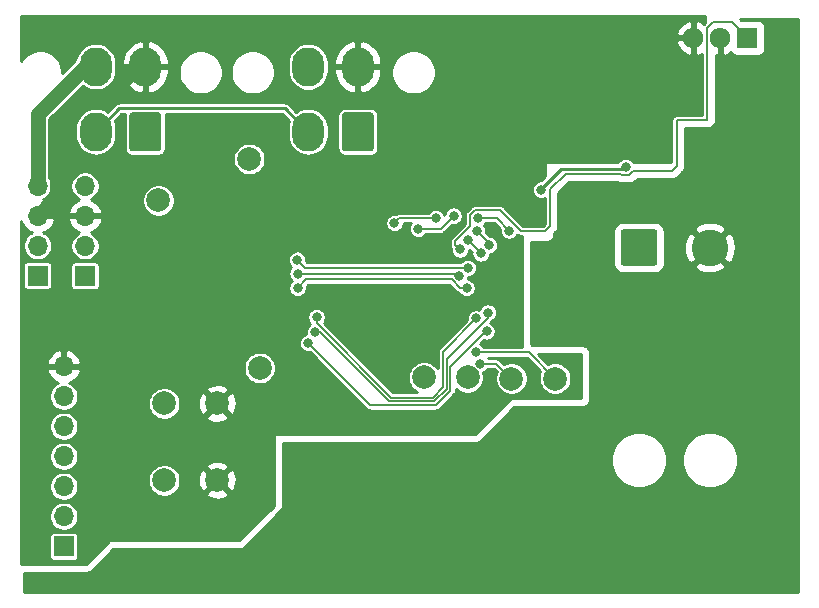
<source format=gbr>
%TF.GenerationSoftware,KiCad,Pcbnew,(5.1.9)-1*%
%TF.CreationDate,2021-05-20T13:27:56+02:00*%
%TF.ProjectId,PEE50-CurrentProtectionTemplate,50454535-302d-4437-9572-72656e745072,rev?*%
%TF.SameCoordinates,Original*%
%TF.FileFunction,Copper,L2,Bot*%
%TF.FilePolarity,Positive*%
%FSLAX46Y46*%
G04 Gerber Fmt 4.6, Leading zero omitted, Abs format (unit mm)*
G04 Created by KiCad (PCBNEW (5.1.9)-1) date 2021-05-20 13:27:56*
%MOMM*%
%LPD*%
G01*
G04 APERTURE LIST*
%TA.AperFunction,ComponentPad*%
%ADD10C,3.100000*%
%TD*%
%TA.AperFunction,ComponentPad*%
%ADD11O,1.717500X1.800000*%
%TD*%
%TA.AperFunction,ComponentPad*%
%ADD12R,1.717500X1.800000*%
%TD*%
%TA.AperFunction,ComponentPad*%
%ADD13O,2.700000X3.300000*%
%TD*%
%TA.AperFunction,ComponentPad*%
%ADD14O,1.700000X1.700000*%
%TD*%
%TA.AperFunction,ComponentPad*%
%ADD15R,1.700000X1.700000*%
%TD*%
%TA.AperFunction,ComponentPad*%
%ADD16C,2.000000*%
%TD*%
%TA.AperFunction,ViaPad*%
%ADD17C,0.800000*%
%TD*%
%TA.AperFunction,Conductor*%
%ADD18C,1.250000*%
%TD*%
%TA.AperFunction,Conductor*%
%ADD19C,0.127000*%
%TD*%
%TA.AperFunction,Conductor*%
%ADD20C,0.250000*%
%TD*%
%TA.AperFunction,Conductor*%
%ADD21C,0.254000*%
%TD*%
%TA.AperFunction,Conductor*%
%ADD22C,0.100000*%
%TD*%
G04 APERTURE END LIST*
%TO.P,R5,1*%
%TO.N,+12P*%
%TA.AperFunction,ComponentPad*%
G36*
G01*
X66250000Y-36400001D02*
X66250000Y-33799999D01*
G75*
G02*
X66499999Y-33550000I249999J0D01*
G01*
X69100001Y-33550000D01*
G75*
G02*
X69350000Y-33799999I0J-249999D01*
G01*
X69350000Y-36400001D01*
G75*
G02*
X69100001Y-36650000I-249999J0D01*
G01*
X66499999Y-36650000D01*
G75*
G02*
X66250000Y-36400001I0J249999D01*
G01*
G37*
%TD.AperFunction*%
D10*
%TO.P,R5,2*%
%TO.N,GND*%
X73800000Y-35100000D03*
%TD*%
D11*
%TO.P,Q1,3*%
%TO.N,GNDPWR*%
X72410000Y-17350000D03*
%TO.P,Q1,2*%
%TO.N,GND*%
X74700000Y-17350000D03*
D12*
%TO.P,Q1,1*%
%TO.N,/Beveiliging/~ENABLE*%
X76990000Y-17350000D03*
%TD*%
%TO.P,J3,1*%
%TO.N,/Beveiliging/CANH*%
%TA.AperFunction,ComponentPad*%
G36*
G01*
X45350000Y-23900001D02*
X45350000Y-26699999D01*
G75*
G02*
X45099999Y-26950000I-250001J0D01*
G01*
X42900001Y-26950000D01*
G75*
G02*
X42650000Y-26699999I0J250001D01*
G01*
X42650000Y-23900001D01*
G75*
G02*
X42900001Y-23650000I250001J0D01*
G01*
X45099999Y-23650000D01*
G75*
G02*
X45350000Y-23900001I0J-250001D01*
G01*
G37*
%TD.AperFunction*%
D13*
%TO.P,J3,2*%
%TO.N,/Beveiliging/CANL*%
X39800000Y-25300000D03*
%TO.P,J3,3*%
%TO.N,GNDPWR*%
X44000000Y-19800000D03*
%TO.P,J3,4*%
%TO.N,+12V*%
X39800000Y-19800000D03*
%TD*%
D14*
%TO.P,J5,7*%
%TO.N,GNDPWR*%
X19100000Y-45160000D03*
%TO.P,J5,6*%
%TO.N,Net-(J5-Pad6)*%
X19100000Y-47700000D03*
%TO.P,J5,5*%
%TO.N,+3V3*%
X19100000Y-50240000D03*
%TO.P,J5,4*%
%TO.N,/Beveiliging/RXD*%
X19100000Y-52780000D03*
%TO.P,J5,3*%
%TO.N,/Beveiliging/TXD*%
X19100000Y-55320000D03*
%TO.P,J5,2*%
%TO.N,/Beveiliging/SBWTDIO*%
X19100000Y-57860000D03*
D15*
%TO.P,J5,1*%
%TO.N,/Beveiliging/SBWTCK*%
X19100000Y-60400000D03*
%TD*%
D14*
%TO.P,J4,4*%
%TO.N,+12V*%
X20900000Y-29880000D03*
%TO.P,J4,3*%
%TO.N,GNDPWR*%
X20900000Y-32420000D03*
%TO.P,J4,2*%
%TO.N,/Beveiliging/CANL*%
X20900000Y-34960000D03*
D15*
%TO.P,J4,1*%
%TO.N,/Beveiliging/CANH*%
X20900000Y-37500000D03*
%TD*%
D16*
%TO.P,TP7,1*%
%TO.N,Net-(TP7-Pad1)*%
X27100000Y-31100000D03*
%TD*%
%TO.P,TP6,1*%
%TO.N,Net-(TP6-Pad1)*%
X34800000Y-27600000D03*
%TD*%
%TO.P,TP4,1*%
%TO.N,/Beveiliging/SysClk*%
X53300000Y-46100000D03*
%TD*%
%TO.P,TP3,1*%
%TO.N,/Beveiliging/~ChipSel*%
X49600000Y-46100000D03*
%TD*%
%TO.P,TP2,1*%
%TO.N,/Beveiliging/SlaveOut*%
X60700000Y-46200000D03*
%TD*%
%TO.P,TP1,1*%
%TO.N,/Beveiliging/SlaveIn*%
X57000000Y-46200000D03*
%TD*%
%TO.P,TP5,1*%
%TO.N,Net-(TP5-Pad1)*%
X35700000Y-45300000D03*
%TD*%
%TO.P,SW1,2*%
%TO.N,/Beveiliging/SBWTDIO*%
X27600000Y-48300000D03*
%TO.P,SW1,1*%
%TO.N,GNDPWR*%
X32100000Y-48300000D03*
%TO.P,SW1,2*%
%TO.N,/Beveiliging/SBWTDIO*%
X27600000Y-54800000D03*
%TO.P,SW1,1*%
%TO.N,GNDPWR*%
X32100000Y-54800000D03*
%TD*%
D14*
%TO.P,J2,4*%
%TO.N,+12V*%
X16885000Y-29863000D03*
%TO.P,J2,3*%
%TO.N,GNDPWR*%
X16885000Y-32403000D03*
%TO.P,J2,2*%
%TO.N,/Beveiliging/CANL*%
X16885000Y-34943000D03*
D15*
%TO.P,J2,1*%
%TO.N,/Beveiliging/CANH*%
X16885000Y-37483000D03*
%TD*%
%TO.P,J1,1*%
%TO.N,/Beveiliging/CANH*%
%TA.AperFunction,ComponentPad*%
G36*
G01*
X27350000Y-23900001D02*
X27350000Y-26699999D01*
G75*
G02*
X27099999Y-26950000I-250001J0D01*
G01*
X24900001Y-26950000D01*
G75*
G02*
X24650000Y-26699999I0J250001D01*
G01*
X24650000Y-23900001D01*
G75*
G02*
X24900001Y-23650000I250001J0D01*
G01*
X27099999Y-23650000D01*
G75*
G02*
X27350000Y-23900001I0J-250001D01*
G01*
G37*
%TD.AperFunction*%
D13*
%TO.P,J1,2*%
%TO.N,/Beveiliging/CANL*%
X21800000Y-25300000D03*
%TO.P,J1,3*%
%TO.N,GNDPWR*%
X26000000Y-19800000D03*
%TO.P,J1,4*%
%TO.N,+12V*%
X21800000Y-19800000D03*
%TD*%
D17*
%TO.N,GNDPWR*%
X48800000Y-27200000D03*
X69700000Y-25900000D03*
X49399998Y-30699998D03*
X59600000Y-32600000D03*
X66700000Y-25600000D03*
X33100000Y-43600000D03*
X45600000Y-35300000D03*
X40900000Y-30200000D03*
X31100000Y-30100000D03*
X25300000Y-42900000D03*
X25300000Y-36700000D03*
X51900000Y-24500000D03*
X51999981Y-27600019D03*
X48000000Y-44426490D03*
%TO.N,+3V3*%
X49117639Y-33500429D03*
X52100000Y-32400000D03*
%TO.N,/Beveiliging/~ENABLE*%
X52645572Y-35256118D03*
%TO.N,/Beveiliging/SlaveIn*%
X54381840Y-44921162D03*
%TO.N,/Beveiliging/SlaveOut*%
X54023725Y-43980285D03*
%TO.N,/Beveiliging/SHDN_CAN*%
X54100000Y-33700000D03*
X55120807Y-34906845D03*
%TO.N,/Beveiliging/RS_STBY_CAN*%
X54400000Y-35600002D03*
X53300010Y-34500000D03*
%TO.N,/Beveiliging/~TX0RTS*%
X38870000Y-36130000D03*
X53297424Y-36809756D03*
%TO.N,/Beveiliging/~TX1RTS*%
X38900000Y-37300000D03*
X52545927Y-37473266D03*
%TO.N,/Beveiliging/~TX2RTS*%
X53200000Y-38500000D03*
X38900000Y-38500000D03*
%TO.N,/Beveiliging/~RST_CAN*%
X54200000Y-32600000D03*
X56800000Y-33660297D03*
X50600000Y-32600000D03*
X47100000Y-33000000D03*
%TO.N,/Beveiliging/~RX1INT*%
X40354072Y-42282418D03*
X55000000Y-40600000D03*
%TO.N,/Beveiliging/~RX0INT*%
X40500000Y-41000000D03*
X54000000Y-41100000D03*
%TO.N,/Beveiliging/~INT*%
X39800000Y-43200000D03*
X54900000Y-42200000D03*
%TO.N,Net-(R4-Pad2)*%
X59500000Y-30200000D03*
X66675001Y-28300000D03*
%TD*%
D18*
%TO.N,GNDPWR*%
X25300000Y-19800000D02*
X26000000Y-19800000D01*
X22824990Y-22275010D02*
X25300000Y-19800000D01*
X21424990Y-22275010D02*
X22824990Y-22275010D01*
X18560001Y-25139999D02*
X21424990Y-22275010D01*
X18560001Y-30727999D02*
X18560001Y-25139999D01*
X16885000Y-32403000D02*
X18560001Y-30727999D01*
%TO.N,+12V*%
X16885000Y-23815000D02*
X16885000Y-29863000D01*
X20900000Y-19800000D02*
X16885000Y-23815000D01*
X21800000Y-19800000D02*
X20900000Y-19800000D01*
D19*
%TO.N,+3V3*%
X50999571Y-33500429D02*
X52100000Y-32400000D01*
X49117639Y-33500429D02*
X50999571Y-33500429D01*
D20*
%TO.N,/Beveiliging/CANL*%
X37824990Y-23324990D02*
X39800000Y-25300000D01*
X23775010Y-23324990D02*
X37824990Y-23324990D01*
X21800000Y-25300000D02*
X23775010Y-23324990D01*
D19*
%TO.N,/Beveiliging/~ENABLE*%
X73600000Y-24300000D02*
X73600000Y-17878365D01*
X71000000Y-28200000D02*
X71000000Y-24300000D01*
X70581519Y-28618481D02*
X71000000Y-28200000D01*
X66993482Y-28963501D02*
X67338502Y-28618481D01*
X52645572Y-35256118D02*
X52245573Y-34856119D01*
X73577740Y-17856105D02*
X73577740Y-16522260D01*
X52245573Y-34856119D02*
X52245573Y-34554427D01*
X53500000Y-33300000D02*
X53500000Y-32318018D01*
X74100000Y-16000000D02*
X75640000Y-16000000D01*
X52245573Y-34554427D02*
X53500000Y-33300000D01*
X71000000Y-24300000D02*
X73600000Y-24300000D01*
X53500000Y-32318018D02*
X53881519Y-31936499D01*
X57800000Y-33678315D02*
X59878315Y-33678315D01*
X56058184Y-31936499D02*
X57800000Y-33678315D01*
X53881519Y-31936499D02*
X56058184Y-31936499D01*
X59878315Y-33678315D02*
X60263501Y-33293129D01*
X66356520Y-28963501D02*
X66993482Y-28963501D01*
X60263501Y-33293129D02*
X60263501Y-30163501D01*
X75640000Y-16000000D02*
X76990000Y-17350000D01*
X67338502Y-28618481D02*
X70581519Y-28618481D01*
X60263501Y-30163501D02*
X61590492Y-28836510D01*
X73600000Y-17878365D02*
X73577740Y-17856105D01*
X66229529Y-28836510D02*
X66356520Y-28963501D01*
X73577740Y-16522260D02*
X74100000Y-16000000D01*
X61590492Y-28836510D02*
X66229529Y-28836510D01*
%TO.N,/Beveiliging/SlaveIn*%
X55721162Y-44921162D02*
X54381840Y-44921162D01*
X57000000Y-46200000D02*
X55721162Y-44921162D01*
%TO.N,/Beveiliging/SlaveOut*%
X60700000Y-46200000D02*
X58480285Y-43980285D01*
X58480285Y-43980285D02*
X54023725Y-43980285D01*
%TO.N,/Beveiliging/SHDN_CAN*%
X55120807Y-34720807D02*
X55120807Y-34906845D01*
X54100000Y-33700000D02*
X55120807Y-34720807D01*
%TO.N,/Beveiliging/RS_STBY_CAN*%
X54400000Y-35600002D02*
X53300010Y-34500012D01*
X53300010Y-34500012D02*
X53300010Y-34500000D01*
%TO.N,/Beveiliging/~TX0RTS*%
X53287668Y-36800000D02*
X53297424Y-36809756D01*
X39540000Y-36800000D02*
X53287668Y-36800000D01*
X38870000Y-36130000D02*
X39540000Y-36800000D01*
%TO.N,/Beveiliging/~TX1RTS*%
X52372661Y-37300000D02*
X52545927Y-37473266D01*
X38900000Y-37300000D02*
X52372661Y-37300000D01*
%TO.N,/Beveiliging/~TX2RTS*%
X51934315Y-37800000D02*
X39600000Y-37800000D01*
X52634315Y-38500000D02*
X51934315Y-37800000D01*
X39600000Y-37800000D02*
X38900000Y-38500000D01*
X53200000Y-38500000D02*
X52634315Y-38500000D01*
%TO.N,/Beveiliging/~RST_CAN*%
X55739703Y-32600000D02*
X56800000Y-33660297D01*
X54200000Y-32600000D02*
X55739703Y-32600000D01*
X50600000Y-32600000D02*
X47499999Y-32600001D01*
X47499999Y-32600001D02*
X47100000Y-33000000D01*
%TO.N,/Beveiliging/~RX1INT*%
X46659472Y-48127010D02*
X40814880Y-42282418D01*
X51517011Y-47075452D02*
X50465452Y-48127010D01*
X51517011Y-44564973D02*
X51517011Y-47075452D01*
X40814880Y-42282418D02*
X40354072Y-42282418D01*
X55000000Y-40600000D02*
X55000000Y-41081984D01*
X50465452Y-48127010D02*
X46659472Y-48127010D01*
X55000000Y-41081984D02*
X51517011Y-44564973D01*
%TO.N,/Beveiliging/~RX0INT*%
X50330000Y-47800000D02*
X51190000Y-46940000D01*
X51190000Y-43910000D02*
X54000000Y-41100000D01*
X40500000Y-41000000D02*
X40500000Y-41490000D01*
X40500000Y-41490000D02*
X46810000Y-47800000D01*
X46810000Y-47800000D02*
X50330000Y-47800000D01*
X51190000Y-46940000D02*
X51190000Y-43910000D01*
%TO.N,/Beveiliging/~INT*%
X39800000Y-43200000D02*
X45054021Y-48454021D01*
X54822026Y-42200000D02*
X54900000Y-42200000D01*
X51844022Y-45178004D02*
X54822026Y-42200000D01*
X45054021Y-48454021D02*
X50600904Y-48454021D01*
X50600904Y-48454021D02*
X51844022Y-47210904D01*
X51844022Y-47210904D02*
X51844022Y-45178004D01*
D20*
%TO.N,Net-(R4-Pad2)*%
X66527001Y-28448000D02*
X66675001Y-28300000D01*
X61214000Y-28448000D02*
X66527001Y-28448000D01*
X59500000Y-30162000D02*
X61214000Y-28448000D01*
X59500000Y-30200000D02*
X59500000Y-30162000D01*
%TD*%
D21*
%TO.N,GND*%
X81265000Y-64265000D02*
X15735000Y-64265000D01*
X15735000Y-62627944D01*
X20998158Y-62644347D01*
X21125493Y-62631854D01*
X21244529Y-62595437D01*
X21354172Y-62536497D01*
X21450211Y-62457299D01*
X23263422Y-60635486D01*
X33998831Y-60655255D01*
X34125977Y-60642634D01*
X34244977Y-60606099D01*
X34354562Y-60547049D01*
X34450521Y-60467756D01*
X37450521Y-57447500D01*
X37527983Y-57352787D01*
X37586664Y-57243004D01*
X37622799Y-57123882D01*
X37635000Y-57000000D01*
X37635000Y-52865098D01*
X65415000Y-52865098D01*
X65415000Y-53334902D01*
X65506654Y-53795679D01*
X65686440Y-54229721D01*
X65947450Y-54620349D01*
X66279651Y-54952550D01*
X66670279Y-55213560D01*
X67104321Y-55393346D01*
X67565098Y-55485000D01*
X68034902Y-55485000D01*
X68495679Y-55393346D01*
X68929721Y-55213560D01*
X69320349Y-54952550D01*
X69652550Y-54620349D01*
X69913560Y-54229721D01*
X70093346Y-53795679D01*
X70185000Y-53334902D01*
X70185000Y-52865098D01*
X71415000Y-52865098D01*
X71415000Y-53334902D01*
X71506654Y-53795679D01*
X71686440Y-54229721D01*
X71947450Y-54620349D01*
X72279651Y-54952550D01*
X72670279Y-55213560D01*
X73104321Y-55393346D01*
X73565098Y-55485000D01*
X74034902Y-55485000D01*
X74495679Y-55393346D01*
X74929721Y-55213560D01*
X75320349Y-54952550D01*
X75652550Y-54620349D01*
X75913560Y-54229721D01*
X76093346Y-53795679D01*
X76185000Y-53334902D01*
X76185000Y-52865098D01*
X76093346Y-52404321D01*
X75913560Y-51970279D01*
X75652550Y-51579651D01*
X75320349Y-51247450D01*
X74929721Y-50986440D01*
X74495679Y-50806654D01*
X74034902Y-50715000D01*
X73565098Y-50715000D01*
X73104321Y-50806654D01*
X72670279Y-50986440D01*
X72279651Y-51247450D01*
X71947450Y-51579651D01*
X71686440Y-51970279D01*
X71506654Y-52404321D01*
X71415000Y-52865098D01*
X70185000Y-52865098D01*
X70093346Y-52404321D01*
X69913560Y-51970279D01*
X69652550Y-51579651D01*
X69320349Y-51247450D01*
X68929721Y-50986440D01*
X68495679Y-50806654D01*
X68034902Y-50715000D01*
X67565098Y-50715000D01*
X67104321Y-50806654D01*
X66670279Y-50986440D01*
X66279651Y-51247450D01*
X65947450Y-51579651D01*
X65686440Y-51970279D01*
X65506654Y-52404321D01*
X65415000Y-52865098D01*
X37635000Y-52865098D01*
X37635000Y-51635000D01*
X54000000Y-51635000D01*
X54123882Y-51622799D01*
X54243004Y-51586664D01*
X54352787Y-51527983D01*
X54449013Y-51449013D01*
X57263026Y-48635000D01*
X63000000Y-48635000D01*
X63123882Y-48622799D01*
X63243004Y-48586664D01*
X63352787Y-48527983D01*
X63449013Y-48449013D01*
X63527983Y-48352787D01*
X63586664Y-48243004D01*
X63622799Y-48123882D01*
X63635000Y-48000000D01*
X63635000Y-44000000D01*
X63622799Y-43876118D01*
X63586664Y-43756996D01*
X63527983Y-43647213D01*
X63449013Y-43550987D01*
X63352787Y-43472017D01*
X63243004Y-43413336D01*
X63123882Y-43377201D01*
X63000000Y-43365000D01*
X58810933Y-43365000D01*
X58748882Y-43331833D01*
X58635000Y-43297287D01*
X58635000Y-34635000D01*
X60000000Y-34635000D01*
X60123882Y-34622799D01*
X60243004Y-34586664D01*
X60352787Y-34527983D01*
X60449013Y-34449013D01*
X60527983Y-34352787D01*
X60586664Y-34243004D01*
X60622799Y-34123882D01*
X60635000Y-34000000D01*
X60635000Y-33909458D01*
X60733162Y-33811296D01*
X60746927Y-33799999D01*
X65611928Y-33799999D01*
X65611928Y-36400001D01*
X65628992Y-36573255D01*
X65679528Y-36739851D01*
X65761595Y-36893387D01*
X65872038Y-37027962D01*
X66006613Y-37138405D01*
X66160149Y-37220472D01*
X66326745Y-37271008D01*
X66499999Y-37288072D01*
X69100001Y-37288072D01*
X69273255Y-37271008D01*
X69439851Y-37220472D01*
X69593387Y-37138405D01*
X69727962Y-37027962D01*
X69838405Y-36893387D01*
X69920472Y-36739851D01*
X69954628Y-36627251D01*
X72452354Y-36627251D01*
X72614381Y-36947930D01*
X72997675Y-37143725D01*
X73411803Y-37260981D01*
X73840848Y-37295192D01*
X74268324Y-37245042D01*
X74677802Y-37112461D01*
X74985619Y-36947930D01*
X75147646Y-36627251D01*
X73800000Y-35279605D01*
X72452354Y-36627251D01*
X69954628Y-36627251D01*
X69971008Y-36573255D01*
X69988072Y-36400001D01*
X69988072Y-35140848D01*
X71604808Y-35140848D01*
X71654958Y-35568324D01*
X71787539Y-35977802D01*
X71952070Y-36285619D01*
X72272749Y-36447646D01*
X73620395Y-35100000D01*
X73979605Y-35100000D01*
X75327251Y-36447646D01*
X75647930Y-36285619D01*
X75843725Y-35902325D01*
X75960981Y-35488197D01*
X75995192Y-35059152D01*
X75945042Y-34631676D01*
X75812461Y-34222198D01*
X75647930Y-33914381D01*
X75327251Y-33752354D01*
X73979605Y-35100000D01*
X73620395Y-35100000D01*
X72272749Y-33752354D01*
X71952070Y-33914381D01*
X71756275Y-34297675D01*
X71639019Y-34711803D01*
X71604808Y-35140848D01*
X69988072Y-35140848D01*
X69988072Y-33799999D01*
X69971008Y-33626745D01*
X69954629Y-33572749D01*
X72452354Y-33572749D01*
X73800000Y-34920395D01*
X75147646Y-33572749D01*
X74985619Y-33252070D01*
X74602325Y-33056275D01*
X74188197Y-32939019D01*
X73759152Y-32904808D01*
X73331676Y-32954958D01*
X72922198Y-33087539D01*
X72614381Y-33252070D01*
X72452354Y-33572749D01*
X69954629Y-33572749D01*
X69920472Y-33460149D01*
X69838405Y-33306613D01*
X69727962Y-33172038D01*
X69593387Y-33061595D01*
X69439851Y-32979528D01*
X69273255Y-32928992D01*
X69100001Y-32911928D01*
X66499999Y-32911928D01*
X66326745Y-32928992D01*
X66160149Y-32979528D01*
X66006613Y-33061595D01*
X65872038Y-33172038D01*
X65761595Y-33306613D01*
X65679528Y-33460149D01*
X65628992Y-33626745D01*
X65611928Y-33799999D01*
X60746927Y-33799999D01*
X60759803Y-33789432D01*
X60781668Y-33762790D01*
X60781675Y-33762783D01*
X60847092Y-33683072D01*
X60911952Y-33561728D01*
X60911953Y-33561725D01*
X60951894Y-33430059D01*
X60962001Y-33327438D01*
X60962001Y-33327428D01*
X60965379Y-33293130D01*
X60962001Y-33258832D01*
X60962001Y-30452828D01*
X61879820Y-29535010D01*
X65951855Y-29535010D01*
X65966577Y-29547092D01*
X66087923Y-29611953D01*
X66219590Y-29651894D01*
X66322211Y-29662001D01*
X66322221Y-29662001D01*
X66356519Y-29665379D01*
X66390817Y-29662001D01*
X66959184Y-29662001D01*
X66993482Y-29665379D01*
X67027780Y-29662001D01*
X67027791Y-29662001D01*
X67130412Y-29651894D01*
X67262079Y-29611953D01*
X67383425Y-29547092D01*
X67489785Y-29459804D01*
X67511657Y-29433153D01*
X67627829Y-29316981D01*
X70547221Y-29316981D01*
X70581519Y-29320359D01*
X70615817Y-29316981D01*
X70615828Y-29316981D01*
X70718449Y-29306874D01*
X70850116Y-29266933D01*
X70971462Y-29202072D01*
X71077822Y-29114784D01*
X71099694Y-29088133D01*
X71469656Y-28718171D01*
X71496302Y-28696303D01*
X71518171Y-28669656D01*
X71518174Y-28669653D01*
X71583591Y-28589943D01*
X71595367Y-28567912D01*
X71648452Y-28468597D01*
X71688393Y-28336930D01*
X71698500Y-28234309D01*
X71698500Y-28234298D01*
X71701878Y-28200000D01*
X71698500Y-28165702D01*
X71698500Y-24998500D01*
X73565691Y-24998500D01*
X73600000Y-25001879D01*
X73634308Y-24998500D01*
X73634309Y-24998500D01*
X73736930Y-24988393D01*
X73868597Y-24948452D01*
X73989943Y-24883591D01*
X74096303Y-24796303D01*
X74183591Y-24689943D01*
X74248452Y-24568597D01*
X74288393Y-24436930D01*
X74301879Y-24300000D01*
X74298500Y-24265691D01*
X74298500Y-18827344D01*
X74341736Y-18841400D01*
X74573000Y-18720195D01*
X74573000Y-17477000D01*
X74553000Y-17477000D01*
X74553000Y-17223000D01*
X74573000Y-17223000D01*
X74573000Y-17203000D01*
X74827000Y-17203000D01*
X74827000Y-17223000D01*
X74847000Y-17223000D01*
X74847000Y-17477000D01*
X74827000Y-17477000D01*
X74827000Y-18720195D01*
X75058264Y-18841400D01*
X75245973Y-18780378D01*
X75506488Y-18647172D01*
X75588757Y-18582126D01*
X75600713Y-18604494D01*
X75680065Y-18701185D01*
X75776756Y-18780537D01*
X75887070Y-18839502D01*
X76006768Y-18875812D01*
X76131250Y-18888072D01*
X77848750Y-18888072D01*
X77973232Y-18875812D01*
X78092930Y-18839502D01*
X78203244Y-18780537D01*
X78299935Y-18701185D01*
X78379287Y-18604494D01*
X78438252Y-18494180D01*
X78474562Y-18374482D01*
X78486822Y-18250000D01*
X78486822Y-16450000D01*
X78474562Y-16325518D01*
X78438252Y-16205820D01*
X78379287Y-16095506D01*
X78299935Y-15998815D01*
X78203244Y-15919463D01*
X78092930Y-15860498D01*
X77973232Y-15824188D01*
X77848750Y-15811928D01*
X76439755Y-15811928D01*
X76362827Y-15735000D01*
X81265001Y-15735000D01*
X81265000Y-64265000D01*
%TA.AperFunction,Conductor*%
D22*
G36*
X81265000Y-64265000D02*
G01*
X15735000Y-64265000D01*
X15735000Y-62627944D01*
X20998158Y-62644347D01*
X21125493Y-62631854D01*
X21244529Y-62595437D01*
X21354172Y-62536497D01*
X21450211Y-62457299D01*
X23263422Y-60635486D01*
X33998831Y-60655255D01*
X34125977Y-60642634D01*
X34244977Y-60606099D01*
X34354562Y-60547049D01*
X34450521Y-60467756D01*
X37450521Y-57447500D01*
X37527983Y-57352787D01*
X37586664Y-57243004D01*
X37622799Y-57123882D01*
X37635000Y-57000000D01*
X37635000Y-52865098D01*
X65415000Y-52865098D01*
X65415000Y-53334902D01*
X65506654Y-53795679D01*
X65686440Y-54229721D01*
X65947450Y-54620349D01*
X66279651Y-54952550D01*
X66670279Y-55213560D01*
X67104321Y-55393346D01*
X67565098Y-55485000D01*
X68034902Y-55485000D01*
X68495679Y-55393346D01*
X68929721Y-55213560D01*
X69320349Y-54952550D01*
X69652550Y-54620349D01*
X69913560Y-54229721D01*
X70093346Y-53795679D01*
X70185000Y-53334902D01*
X70185000Y-52865098D01*
X71415000Y-52865098D01*
X71415000Y-53334902D01*
X71506654Y-53795679D01*
X71686440Y-54229721D01*
X71947450Y-54620349D01*
X72279651Y-54952550D01*
X72670279Y-55213560D01*
X73104321Y-55393346D01*
X73565098Y-55485000D01*
X74034902Y-55485000D01*
X74495679Y-55393346D01*
X74929721Y-55213560D01*
X75320349Y-54952550D01*
X75652550Y-54620349D01*
X75913560Y-54229721D01*
X76093346Y-53795679D01*
X76185000Y-53334902D01*
X76185000Y-52865098D01*
X76093346Y-52404321D01*
X75913560Y-51970279D01*
X75652550Y-51579651D01*
X75320349Y-51247450D01*
X74929721Y-50986440D01*
X74495679Y-50806654D01*
X74034902Y-50715000D01*
X73565098Y-50715000D01*
X73104321Y-50806654D01*
X72670279Y-50986440D01*
X72279651Y-51247450D01*
X71947450Y-51579651D01*
X71686440Y-51970279D01*
X71506654Y-52404321D01*
X71415000Y-52865098D01*
X70185000Y-52865098D01*
X70093346Y-52404321D01*
X69913560Y-51970279D01*
X69652550Y-51579651D01*
X69320349Y-51247450D01*
X68929721Y-50986440D01*
X68495679Y-50806654D01*
X68034902Y-50715000D01*
X67565098Y-50715000D01*
X67104321Y-50806654D01*
X66670279Y-50986440D01*
X66279651Y-51247450D01*
X65947450Y-51579651D01*
X65686440Y-51970279D01*
X65506654Y-52404321D01*
X65415000Y-52865098D01*
X37635000Y-52865098D01*
X37635000Y-51635000D01*
X54000000Y-51635000D01*
X54123882Y-51622799D01*
X54243004Y-51586664D01*
X54352787Y-51527983D01*
X54449013Y-51449013D01*
X57263026Y-48635000D01*
X63000000Y-48635000D01*
X63123882Y-48622799D01*
X63243004Y-48586664D01*
X63352787Y-48527983D01*
X63449013Y-48449013D01*
X63527983Y-48352787D01*
X63586664Y-48243004D01*
X63622799Y-48123882D01*
X63635000Y-48000000D01*
X63635000Y-44000000D01*
X63622799Y-43876118D01*
X63586664Y-43756996D01*
X63527983Y-43647213D01*
X63449013Y-43550987D01*
X63352787Y-43472017D01*
X63243004Y-43413336D01*
X63123882Y-43377201D01*
X63000000Y-43365000D01*
X58810933Y-43365000D01*
X58748882Y-43331833D01*
X58635000Y-43297287D01*
X58635000Y-34635000D01*
X60000000Y-34635000D01*
X60123882Y-34622799D01*
X60243004Y-34586664D01*
X60352787Y-34527983D01*
X60449013Y-34449013D01*
X60527983Y-34352787D01*
X60586664Y-34243004D01*
X60622799Y-34123882D01*
X60635000Y-34000000D01*
X60635000Y-33909458D01*
X60733162Y-33811296D01*
X60746927Y-33799999D01*
X65611928Y-33799999D01*
X65611928Y-36400001D01*
X65628992Y-36573255D01*
X65679528Y-36739851D01*
X65761595Y-36893387D01*
X65872038Y-37027962D01*
X66006613Y-37138405D01*
X66160149Y-37220472D01*
X66326745Y-37271008D01*
X66499999Y-37288072D01*
X69100001Y-37288072D01*
X69273255Y-37271008D01*
X69439851Y-37220472D01*
X69593387Y-37138405D01*
X69727962Y-37027962D01*
X69838405Y-36893387D01*
X69920472Y-36739851D01*
X69954628Y-36627251D01*
X72452354Y-36627251D01*
X72614381Y-36947930D01*
X72997675Y-37143725D01*
X73411803Y-37260981D01*
X73840848Y-37295192D01*
X74268324Y-37245042D01*
X74677802Y-37112461D01*
X74985619Y-36947930D01*
X75147646Y-36627251D01*
X73800000Y-35279605D01*
X72452354Y-36627251D01*
X69954628Y-36627251D01*
X69971008Y-36573255D01*
X69988072Y-36400001D01*
X69988072Y-35140848D01*
X71604808Y-35140848D01*
X71654958Y-35568324D01*
X71787539Y-35977802D01*
X71952070Y-36285619D01*
X72272749Y-36447646D01*
X73620395Y-35100000D01*
X73979605Y-35100000D01*
X75327251Y-36447646D01*
X75647930Y-36285619D01*
X75843725Y-35902325D01*
X75960981Y-35488197D01*
X75995192Y-35059152D01*
X75945042Y-34631676D01*
X75812461Y-34222198D01*
X75647930Y-33914381D01*
X75327251Y-33752354D01*
X73979605Y-35100000D01*
X73620395Y-35100000D01*
X72272749Y-33752354D01*
X71952070Y-33914381D01*
X71756275Y-34297675D01*
X71639019Y-34711803D01*
X71604808Y-35140848D01*
X69988072Y-35140848D01*
X69988072Y-33799999D01*
X69971008Y-33626745D01*
X69954629Y-33572749D01*
X72452354Y-33572749D01*
X73800000Y-34920395D01*
X75147646Y-33572749D01*
X74985619Y-33252070D01*
X74602325Y-33056275D01*
X74188197Y-32939019D01*
X73759152Y-32904808D01*
X73331676Y-32954958D01*
X72922198Y-33087539D01*
X72614381Y-33252070D01*
X72452354Y-33572749D01*
X69954629Y-33572749D01*
X69920472Y-33460149D01*
X69838405Y-33306613D01*
X69727962Y-33172038D01*
X69593387Y-33061595D01*
X69439851Y-32979528D01*
X69273255Y-32928992D01*
X69100001Y-32911928D01*
X66499999Y-32911928D01*
X66326745Y-32928992D01*
X66160149Y-32979528D01*
X66006613Y-33061595D01*
X65872038Y-33172038D01*
X65761595Y-33306613D01*
X65679528Y-33460149D01*
X65628992Y-33626745D01*
X65611928Y-33799999D01*
X60746927Y-33799999D01*
X60759803Y-33789432D01*
X60781668Y-33762790D01*
X60781675Y-33762783D01*
X60847092Y-33683072D01*
X60911952Y-33561728D01*
X60911953Y-33561725D01*
X60951894Y-33430059D01*
X60962001Y-33327438D01*
X60962001Y-33327428D01*
X60965379Y-33293130D01*
X60962001Y-33258832D01*
X60962001Y-30452828D01*
X61879820Y-29535010D01*
X65951855Y-29535010D01*
X65966577Y-29547092D01*
X66087923Y-29611953D01*
X66219590Y-29651894D01*
X66322211Y-29662001D01*
X66322221Y-29662001D01*
X66356519Y-29665379D01*
X66390817Y-29662001D01*
X66959184Y-29662001D01*
X66993482Y-29665379D01*
X67027780Y-29662001D01*
X67027791Y-29662001D01*
X67130412Y-29651894D01*
X67262079Y-29611953D01*
X67383425Y-29547092D01*
X67489785Y-29459804D01*
X67511657Y-29433153D01*
X67627829Y-29316981D01*
X70547221Y-29316981D01*
X70581519Y-29320359D01*
X70615817Y-29316981D01*
X70615828Y-29316981D01*
X70718449Y-29306874D01*
X70850116Y-29266933D01*
X70971462Y-29202072D01*
X71077822Y-29114784D01*
X71099694Y-29088133D01*
X71469656Y-28718171D01*
X71496302Y-28696303D01*
X71518171Y-28669656D01*
X71518174Y-28669653D01*
X71583591Y-28589943D01*
X71595367Y-28567912D01*
X71648452Y-28468597D01*
X71688393Y-28336930D01*
X71698500Y-28234309D01*
X71698500Y-28234298D01*
X71701878Y-28200000D01*
X71698500Y-28165702D01*
X71698500Y-24998500D01*
X73565691Y-24998500D01*
X73600000Y-25001879D01*
X73634308Y-24998500D01*
X73634309Y-24998500D01*
X73736930Y-24988393D01*
X73868597Y-24948452D01*
X73989943Y-24883591D01*
X74096303Y-24796303D01*
X74183591Y-24689943D01*
X74248452Y-24568597D01*
X74288393Y-24436930D01*
X74301879Y-24300000D01*
X74298500Y-24265691D01*
X74298500Y-18827344D01*
X74341736Y-18841400D01*
X74573000Y-18720195D01*
X74573000Y-17477000D01*
X74553000Y-17477000D01*
X74553000Y-17223000D01*
X74573000Y-17223000D01*
X74573000Y-17203000D01*
X74827000Y-17203000D01*
X74827000Y-17223000D01*
X74847000Y-17223000D01*
X74847000Y-17477000D01*
X74827000Y-17477000D01*
X74827000Y-18720195D01*
X75058264Y-18841400D01*
X75245973Y-18780378D01*
X75506488Y-18647172D01*
X75588757Y-18582126D01*
X75600713Y-18604494D01*
X75680065Y-18701185D01*
X75776756Y-18780537D01*
X75887070Y-18839502D01*
X76006768Y-18875812D01*
X76131250Y-18888072D01*
X77848750Y-18888072D01*
X77973232Y-18875812D01*
X78092930Y-18839502D01*
X78203244Y-18780537D01*
X78299935Y-18701185D01*
X78379287Y-18604494D01*
X78438252Y-18494180D01*
X78474562Y-18374482D01*
X78486822Y-18250000D01*
X78486822Y-16450000D01*
X78474562Y-16325518D01*
X78438252Y-16205820D01*
X78379287Y-16095506D01*
X78299935Y-15998815D01*
X78203244Y-15919463D01*
X78092930Y-15860498D01*
X77973232Y-15824188D01*
X77848750Y-15811928D01*
X76439755Y-15811928D01*
X76362827Y-15735000D01*
X81265001Y-15735000D01*
X81265000Y-64265000D01*
G37*
%TD.AperFunction*%
%TD*%
D21*
%TO.N,GNDPWR*%
X73373000Y-16098383D02*
X73329334Y-16142049D01*
X73216488Y-16052828D01*
X72955973Y-15919622D01*
X72768264Y-15858600D01*
X72537000Y-15979805D01*
X72537000Y-17223000D01*
X72557000Y-17223000D01*
X72557000Y-17477000D01*
X72537000Y-17477000D01*
X72537000Y-18720195D01*
X72768264Y-18841400D01*
X72955973Y-18780378D01*
X73155501Y-18678356D01*
X73155500Y-23855500D01*
X71021830Y-23855500D01*
X71000000Y-23853350D01*
X70978170Y-23855500D01*
X70912863Y-23861932D01*
X70829074Y-23887349D01*
X70751855Y-23928624D01*
X70684171Y-23984171D01*
X70628624Y-24051855D01*
X70587349Y-24129074D01*
X70561932Y-24212863D01*
X70553350Y-24300000D01*
X70555501Y-24321840D01*
X70555500Y-27873000D01*
X67328989Y-27873000D01*
X67281643Y-27802141D01*
X67172860Y-27693358D01*
X67044943Y-27607887D01*
X66902810Y-27549013D01*
X66751923Y-27519000D01*
X66598079Y-27519000D01*
X66447192Y-27549013D01*
X66305059Y-27607887D01*
X66177142Y-27693358D01*
X66068359Y-27802141D01*
X66021013Y-27873000D01*
X60000000Y-27873000D01*
X59975224Y-27875440D01*
X59951399Y-27882667D01*
X59929443Y-27894403D01*
X59910197Y-27910197D01*
X59894403Y-27929443D01*
X59882667Y-27951399D01*
X59875440Y-27975224D01*
X59873000Y-28000000D01*
X59873000Y-29073409D01*
X59527409Y-29419000D01*
X59423078Y-29419000D01*
X59272191Y-29449013D01*
X59130058Y-29507887D01*
X59002141Y-29593358D01*
X58893358Y-29702141D01*
X58807887Y-29830058D01*
X58749013Y-29972191D01*
X58719000Y-30123078D01*
X58719000Y-30276922D01*
X58749013Y-30427809D01*
X58807887Y-30569942D01*
X58893358Y-30697859D01*
X59002141Y-30806642D01*
X59130058Y-30892113D01*
X59272191Y-30950987D01*
X59423078Y-30981000D01*
X59576922Y-30981000D01*
X59727809Y-30950987D01*
X59819002Y-30913213D01*
X59819001Y-33109011D01*
X59694198Y-33233815D01*
X57984118Y-33233815D01*
X56387931Y-31637629D01*
X56374013Y-31620670D01*
X56306329Y-31565123D01*
X56229110Y-31523848D01*
X56145321Y-31498431D01*
X56080014Y-31491999D01*
X56080004Y-31491999D01*
X56058184Y-31489850D01*
X56036364Y-31491999D01*
X53903338Y-31491999D01*
X53881518Y-31489850D01*
X53859698Y-31491999D01*
X53859689Y-31491999D01*
X53794382Y-31498431D01*
X53710593Y-31523848D01*
X53633374Y-31565123D01*
X53633372Y-31565124D01*
X53633373Y-31565124D01*
X53582647Y-31606754D01*
X53565690Y-31620670D01*
X53551777Y-31637623D01*
X53201125Y-31988276D01*
X53184172Y-32002189D01*
X53170259Y-32019142D01*
X53170255Y-32019146D01*
X53128624Y-32069873D01*
X53087349Y-32147093D01*
X53061933Y-32230881D01*
X53053351Y-32318018D01*
X53055501Y-32339848D01*
X53055500Y-33115882D01*
X51946698Y-34224685D01*
X51929745Y-34238598D01*
X51915832Y-34255551D01*
X51915828Y-34255555D01*
X51874197Y-34306282D01*
X51851133Y-34349431D01*
X51832922Y-34383501D01*
X51807505Y-34467290D01*
X51801073Y-34532597D01*
X51801073Y-34532607D01*
X51798924Y-34554427D01*
X51801073Y-34576247D01*
X51801073Y-34834299D01*
X51798924Y-34856119D01*
X51801073Y-34877939D01*
X51801073Y-34877948D01*
X51807505Y-34943255D01*
X51822704Y-34993360D01*
X51832922Y-35027044D01*
X51874197Y-35104264D01*
X51876149Y-35106642D01*
X51878447Y-35109442D01*
X51864572Y-35179196D01*
X51864572Y-35333040D01*
X51894585Y-35483927D01*
X51953459Y-35626060D01*
X52038930Y-35753977D01*
X52147713Y-35862760D01*
X52275630Y-35948231D01*
X52417763Y-36007105D01*
X52568650Y-36037118D01*
X52722494Y-36037118D01*
X52873381Y-36007105D01*
X53015514Y-35948231D01*
X53143431Y-35862760D01*
X53252214Y-35753977D01*
X53337685Y-35626060D01*
X53396559Y-35483927D01*
X53426572Y-35333040D01*
X53426572Y-35271126D01*
X53439863Y-35268482D01*
X53631520Y-35460139D01*
X53619000Y-35523080D01*
X53619000Y-35676924D01*
X53649013Y-35827811D01*
X53707887Y-35969944D01*
X53793358Y-36097861D01*
X53902141Y-36206644D01*
X54030058Y-36292115D01*
X54172191Y-36350989D01*
X54323078Y-36381002D01*
X54476922Y-36381002D01*
X54627809Y-36350989D01*
X54769942Y-36292115D01*
X54897859Y-36206644D01*
X55006642Y-36097861D01*
X55092113Y-35969944D01*
X55150987Y-35827811D01*
X55178828Y-35687845D01*
X55197729Y-35687845D01*
X55348616Y-35657832D01*
X55490749Y-35598958D01*
X55618666Y-35513487D01*
X55727449Y-35404704D01*
X55812920Y-35276787D01*
X55871794Y-35134654D01*
X55901807Y-34983767D01*
X55901807Y-34829923D01*
X55871794Y-34679036D01*
X55812920Y-34536903D01*
X55727449Y-34408986D01*
X55618666Y-34300203D01*
X55490749Y-34214732D01*
X55348616Y-34155858D01*
X55197729Y-34125845D01*
X55154463Y-34125845D01*
X54868480Y-33839863D01*
X54881000Y-33776922D01*
X54881000Y-33623078D01*
X54850987Y-33472191D01*
X54792113Y-33330058D01*
X54706642Y-33202141D01*
X54704501Y-33200000D01*
X54806642Y-33097859D01*
X54842295Y-33044500D01*
X55555586Y-33044500D01*
X56031520Y-33520434D01*
X56019000Y-33583375D01*
X56019000Y-33737219D01*
X56049013Y-33888106D01*
X56107887Y-34030239D01*
X56193358Y-34158156D01*
X56302141Y-34266939D01*
X56430058Y-34352410D01*
X56572191Y-34411284D01*
X56723078Y-34441297D01*
X56876922Y-34441297D01*
X57027809Y-34411284D01*
X57169942Y-34352410D01*
X57297859Y-34266939D01*
X57406642Y-34158156D01*
X57492113Y-34030239D01*
X57501256Y-34008166D01*
X57551854Y-34049691D01*
X57574780Y-34061945D01*
X57629074Y-34090966D01*
X57712863Y-34116383D01*
X57778170Y-34122815D01*
X57778180Y-34122815D01*
X57800000Y-34124964D01*
X57821820Y-34122815D01*
X57873000Y-34122815D01*
X57873000Y-43535785D01*
X54666020Y-43535785D01*
X54630367Y-43482426D01*
X54521584Y-43373643D01*
X54393667Y-43288172D01*
X54371609Y-43279035D01*
X54695100Y-42955544D01*
X54823078Y-42981000D01*
X54976922Y-42981000D01*
X55127809Y-42950987D01*
X55269942Y-42892113D01*
X55397859Y-42806642D01*
X55506642Y-42697859D01*
X55592113Y-42569942D01*
X55650987Y-42427809D01*
X55681000Y-42276922D01*
X55681000Y-42123078D01*
X55650987Y-41972191D01*
X55592113Y-41830058D01*
X55506642Y-41702141D01*
X55397859Y-41593358D01*
X55269942Y-41507887D01*
X55222405Y-41488197D01*
X55298876Y-41411726D01*
X55315829Y-41397813D01*
X55371376Y-41330129D01*
X55403782Y-41269502D01*
X55497859Y-41206642D01*
X55606642Y-41097859D01*
X55692113Y-40969942D01*
X55750987Y-40827809D01*
X55781000Y-40676922D01*
X55781000Y-40523078D01*
X55750987Y-40372191D01*
X55692113Y-40230058D01*
X55606642Y-40102141D01*
X55497859Y-39993358D01*
X55369942Y-39907887D01*
X55227809Y-39849013D01*
X55076922Y-39819000D01*
X54923078Y-39819000D01*
X54772191Y-39849013D01*
X54630058Y-39907887D01*
X54502141Y-39993358D01*
X54393358Y-40102141D01*
X54307887Y-40230058D01*
X54254102Y-40359904D01*
X54227809Y-40349013D01*
X54076922Y-40319000D01*
X53923078Y-40319000D01*
X53772191Y-40349013D01*
X53630058Y-40407887D01*
X53502141Y-40493358D01*
X53393358Y-40602141D01*
X53307887Y-40730058D01*
X53249013Y-40872191D01*
X53219000Y-41023078D01*
X53219000Y-41176922D01*
X53231520Y-41239863D01*
X50891125Y-43580258D01*
X50874172Y-43594171D01*
X50860259Y-43611124D01*
X50860255Y-43611128D01*
X50818624Y-43661855D01*
X50777349Y-43739075D01*
X50751933Y-43822863D01*
X50743351Y-43910000D01*
X50745501Y-43931830D01*
X50745501Y-45328628D01*
X50672693Y-45219664D01*
X50480336Y-45027307D01*
X50254149Y-44876174D01*
X50002823Y-44772071D01*
X49736017Y-44719000D01*
X49463983Y-44719000D01*
X49197177Y-44772071D01*
X48945851Y-44876174D01*
X48719664Y-45027307D01*
X48527307Y-45219664D01*
X48376174Y-45445851D01*
X48272071Y-45697177D01*
X48219000Y-45963983D01*
X48219000Y-46236017D01*
X48272071Y-46502823D01*
X48376174Y-46754149D01*
X48527307Y-46980336D01*
X48719664Y-47172693D01*
X48945851Y-47323826D01*
X49022319Y-47355500D01*
X46994118Y-47355500D01*
X41118592Y-41479975D01*
X41192113Y-41369942D01*
X41250987Y-41227809D01*
X41281000Y-41076922D01*
X41281000Y-40923078D01*
X41250987Y-40772191D01*
X41192113Y-40630058D01*
X41106642Y-40502141D01*
X40997859Y-40393358D01*
X40869942Y-40307887D01*
X40727809Y-40249013D01*
X40576922Y-40219000D01*
X40423078Y-40219000D01*
X40272191Y-40249013D01*
X40130058Y-40307887D01*
X40002141Y-40393358D01*
X39893358Y-40502141D01*
X39807887Y-40630058D01*
X39749013Y-40772191D01*
X39719000Y-40923078D01*
X39719000Y-41076922D01*
X39749013Y-41227809D01*
X39807887Y-41369942D01*
X39893358Y-41497859D01*
X39985314Y-41589815D01*
X39984130Y-41590305D01*
X39856213Y-41675776D01*
X39747430Y-41784559D01*
X39661959Y-41912476D01*
X39603085Y-42054609D01*
X39573072Y-42205496D01*
X39573072Y-42359340D01*
X39590197Y-42445432D01*
X39572191Y-42449013D01*
X39430058Y-42507887D01*
X39302141Y-42593358D01*
X39193358Y-42702141D01*
X39107887Y-42830058D01*
X39049013Y-42972191D01*
X39019000Y-43123078D01*
X39019000Y-43276922D01*
X39049013Y-43427809D01*
X39107887Y-43569942D01*
X39193358Y-43697859D01*
X39302141Y-43806642D01*
X39430058Y-43892113D01*
X39572191Y-43950987D01*
X39723078Y-43981000D01*
X39876922Y-43981000D01*
X39939863Y-43968480D01*
X44724279Y-48752897D01*
X44738192Y-48769850D01*
X44755145Y-48783763D01*
X44755148Y-48783766D01*
X44805875Y-48825397D01*
X44883095Y-48866672D01*
X44966884Y-48892089D01*
X45032191Y-48898521D01*
X45032201Y-48898521D01*
X45054021Y-48900670D01*
X45075841Y-48898521D01*
X50579084Y-48898521D01*
X50600904Y-48900670D01*
X50622724Y-48898521D01*
X50622734Y-48898521D01*
X50688041Y-48892089D01*
X50771830Y-48866672D01*
X50849049Y-48825397D01*
X50916733Y-48769850D01*
X50930650Y-48752892D01*
X52142899Y-47540645D01*
X52159851Y-47526733D01*
X52173764Y-47509780D01*
X52173767Y-47509777D01*
X52215398Y-47459050D01*
X52256673Y-47381830D01*
X52268090Y-47344192D01*
X52282090Y-47298041D01*
X52288522Y-47232734D01*
X52288522Y-47232724D01*
X52290671Y-47210904D01*
X52288522Y-47189084D01*
X52288522Y-47041551D01*
X52419664Y-47172693D01*
X52645851Y-47323826D01*
X52897177Y-47427929D01*
X53163983Y-47481000D01*
X53436017Y-47481000D01*
X53702823Y-47427929D01*
X53954149Y-47323826D01*
X54180336Y-47172693D01*
X54372693Y-46980336D01*
X54523826Y-46754149D01*
X54627929Y-46502823D01*
X54681000Y-46236017D01*
X54681000Y-45963983D01*
X54627929Y-45697177D01*
X54616403Y-45669351D01*
X54751782Y-45613275D01*
X54879699Y-45527804D01*
X54988482Y-45419021D01*
X55024135Y-45365662D01*
X55537045Y-45365662D01*
X55758911Y-45587528D01*
X55672071Y-45797177D01*
X55619000Y-46063983D01*
X55619000Y-46336017D01*
X55672071Y-46602823D01*
X55776174Y-46854149D01*
X55927307Y-47080336D01*
X56119664Y-47272693D01*
X56345851Y-47423826D01*
X56597177Y-47527929D01*
X56863983Y-47581000D01*
X57136017Y-47581000D01*
X57402823Y-47527929D01*
X57654149Y-47423826D01*
X57880336Y-47272693D01*
X58072693Y-47080336D01*
X58223826Y-46854149D01*
X58327929Y-46602823D01*
X58381000Y-46336017D01*
X58381000Y-46063983D01*
X58327929Y-45797177D01*
X58223826Y-45545851D01*
X58072693Y-45319664D01*
X57880336Y-45127307D01*
X57654149Y-44976174D01*
X57402823Y-44872071D01*
X57136017Y-44819000D01*
X56863983Y-44819000D01*
X56597177Y-44872071D01*
X56387528Y-44958911D01*
X56050909Y-44622292D01*
X56036991Y-44605333D01*
X55969307Y-44549786D01*
X55892088Y-44508511D01*
X55808299Y-44483094D01*
X55742992Y-44476662D01*
X55742982Y-44476662D01*
X55721162Y-44474513D01*
X55699342Y-44476662D01*
X55024135Y-44476662D01*
X54989472Y-44424785D01*
X58296168Y-44424785D01*
X59458911Y-45587528D01*
X59372071Y-45797177D01*
X59319000Y-46063983D01*
X59319000Y-46336017D01*
X59372071Y-46602823D01*
X59476174Y-46854149D01*
X59627307Y-47080336D01*
X59819664Y-47272693D01*
X60045851Y-47423826D01*
X60297177Y-47527929D01*
X60563983Y-47581000D01*
X60836017Y-47581000D01*
X61102823Y-47527929D01*
X61354149Y-47423826D01*
X61580336Y-47272693D01*
X61772693Y-47080336D01*
X61923826Y-46854149D01*
X62027929Y-46602823D01*
X62081000Y-46336017D01*
X62081000Y-46063983D01*
X62027929Y-45797177D01*
X61923826Y-45545851D01*
X61772693Y-45319664D01*
X61580336Y-45127307D01*
X61354149Y-44976174D01*
X61102823Y-44872071D01*
X60836017Y-44819000D01*
X60563983Y-44819000D01*
X60297177Y-44872071D01*
X60087528Y-44958911D01*
X59255617Y-44127000D01*
X62873000Y-44127000D01*
X62873000Y-47873000D01*
X57000000Y-47873000D01*
X56975224Y-47875440D01*
X56951399Y-47882667D01*
X56929443Y-47894403D01*
X56910197Y-47910197D01*
X53947394Y-50873000D01*
X37000000Y-50873000D01*
X36975224Y-50875440D01*
X36951399Y-50882667D01*
X36929443Y-50894403D01*
X36910197Y-50910197D01*
X36894403Y-50929443D01*
X36882667Y-50951399D01*
X36875440Y-50975224D01*
X36873000Y-51000000D01*
X36873000Y-56947645D01*
X33947241Y-59893158D01*
X23000234Y-59873000D01*
X22975453Y-59875395D01*
X22951615Y-59882578D01*
X22929637Y-59894274D01*
X22909985Y-59910410D01*
X20947519Y-61882186D01*
X15481000Y-61865150D01*
X15481000Y-59550000D01*
X17867157Y-59550000D01*
X17867157Y-61250000D01*
X17874513Y-61324689D01*
X17896299Y-61396508D01*
X17931678Y-61462696D01*
X17979289Y-61520711D01*
X18037304Y-61568322D01*
X18103492Y-61603701D01*
X18175311Y-61625487D01*
X18250000Y-61632843D01*
X19950000Y-61632843D01*
X20024689Y-61625487D01*
X20096508Y-61603701D01*
X20162696Y-61568322D01*
X20220711Y-61520711D01*
X20268322Y-61462696D01*
X20303701Y-61396508D01*
X20325487Y-61324689D01*
X20332843Y-61250000D01*
X20332843Y-59550000D01*
X20325487Y-59475311D01*
X20303701Y-59403492D01*
X20268322Y-59337304D01*
X20220711Y-59279289D01*
X20162696Y-59231678D01*
X20096508Y-59196299D01*
X20024689Y-59174513D01*
X19950000Y-59167157D01*
X18250000Y-59167157D01*
X18175311Y-59174513D01*
X18103492Y-59196299D01*
X18037304Y-59231678D01*
X17979289Y-59279289D01*
X17931678Y-59337304D01*
X17896299Y-59403492D01*
X17874513Y-59475311D01*
X17867157Y-59550000D01*
X15481000Y-59550000D01*
X15481000Y-57738757D01*
X17869000Y-57738757D01*
X17869000Y-57981243D01*
X17916307Y-58219069D01*
X18009102Y-58443097D01*
X18143820Y-58644717D01*
X18315283Y-58816180D01*
X18516903Y-58950898D01*
X18740931Y-59043693D01*
X18978757Y-59091000D01*
X19221243Y-59091000D01*
X19459069Y-59043693D01*
X19683097Y-58950898D01*
X19884717Y-58816180D01*
X20056180Y-58644717D01*
X20190898Y-58443097D01*
X20283693Y-58219069D01*
X20331000Y-57981243D01*
X20331000Y-57738757D01*
X20283693Y-57500931D01*
X20190898Y-57276903D01*
X20056180Y-57075283D01*
X19884717Y-56903820D01*
X19683097Y-56769102D01*
X19459069Y-56676307D01*
X19221243Y-56629000D01*
X18978757Y-56629000D01*
X18740931Y-56676307D01*
X18516903Y-56769102D01*
X18315283Y-56903820D01*
X18143820Y-57075283D01*
X18009102Y-57276903D01*
X17916307Y-57500931D01*
X17869000Y-57738757D01*
X15481000Y-57738757D01*
X15481000Y-55198757D01*
X17869000Y-55198757D01*
X17869000Y-55441243D01*
X17916307Y-55679069D01*
X18009102Y-55903097D01*
X18143820Y-56104717D01*
X18315283Y-56276180D01*
X18516903Y-56410898D01*
X18740931Y-56503693D01*
X18978757Y-56551000D01*
X19221243Y-56551000D01*
X19459069Y-56503693D01*
X19683097Y-56410898D01*
X19884717Y-56276180D01*
X20056180Y-56104717D01*
X20190898Y-55903097D01*
X20283693Y-55679069D01*
X20331000Y-55441243D01*
X20331000Y-55198757D01*
X20283693Y-54960931D01*
X20190898Y-54736903D01*
X20142175Y-54663983D01*
X26219000Y-54663983D01*
X26219000Y-54936017D01*
X26272071Y-55202823D01*
X26376174Y-55454149D01*
X26527307Y-55680336D01*
X26719664Y-55872693D01*
X26945851Y-56023826D01*
X27197177Y-56127929D01*
X27463983Y-56181000D01*
X27736017Y-56181000D01*
X28002823Y-56127929D01*
X28254149Y-56023826D01*
X28386468Y-55935413D01*
X31144192Y-55935413D01*
X31239956Y-56199814D01*
X31529571Y-56340704D01*
X31841108Y-56422384D01*
X32162595Y-56441718D01*
X32481675Y-56397961D01*
X32786088Y-56292795D01*
X32960044Y-56199814D01*
X33055808Y-55935413D01*
X32100000Y-54979605D01*
X31144192Y-55935413D01*
X28386468Y-55935413D01*
X28480336Y-55872693D01*
X28672693Y-55680336D01*
X28823826Y-55454149D01*
X28927929Y-55202823D01*
X28981000Y-54936017D01*
X28981000Y-54862595D01*
X30458282Y-54862595D01*
X30502039Y-55181675D01*
X30607205Y-55486088D01*
X30700186Y-55660044D01*
X30964587Y-55755808D01*
X31920395Y-54800000D01*
X32279605Y-54800000D01*
X33235413Y-55755808D01*
X33499814Y-55660044D01*
X33640704Y-55370429D01*
X33722384Y-55058892D01*
X33741718Y-54737405D01*
X33697961Y-54418325D01*
X33592795Y-54113912D01*
X33499814Y-53939956D01*
X33235413Y-53844192D01*
X32279605Y-54800000D01*
X31920395Y-54800000D01*
X30964587Y-53844192D01*
X30700186Y-53939956D01*
X30559296Y-54229571D01*
X30477616Y-54541108D01*
X30458282Y-54862595D01*
X28981000Y-54862595D01*
X28981000Y-54663983D01*
X28927929Y-54397177D01*
X28823826Y-54145851D01*
X28672693Y-53919664D01*
X28480336Y-53727307D01*
X28386469Y-53664587D01*
X31144192Y-53664587D01*
X32100000Y-54620395D01*
X33055808Y-53664587D01*
X32960044Y-53400186D01*
X32670429Y-53259296D01*
X32358892Y-53177616D01*
X32037405Y-53158282D01*
X31718325Y-53202039D01*
X31413912Y-53307205D01*
X31239956Y-53400186D01*
X31144192Y-53664587D01*
X28386469Y-53664587D01*
X28254149Y-53576174D01*
X28002823Y-53472071D01*
X27736017Y-53419000D01*
X27463983Y-53419000D01*
X27197177Y-53472071D01*
X26945851Y-53576174D01*
X26719664Y-53727307D01*
X26527307Y-53919664D01*
X26376174Y-54145851D01*
X26272071Y-54397177D01*
X26219000Y-54663983D01*
X20142175Y-54663983D01*
X20056180Y-54535283D01*
X19884717Y-54363820D01*
X19683097Y-54229102D01*
X19459069Y-54136307D01*
X19221243Y-54089000D01*
X18978757Y-54089000D01*
X18740931Y-54136307D01*
X18516903Y-54229102D01*
X18315283Y-54363820D01*
X18143820Y-54535283D01*
X18009102Y-54736903D01*
X17916307Y-54960931D01*
X17869000Y-55198757D01*
X15481000Y-55198757D01*
X15481000Y-52658757D01*
X17869000Y-52658757D01*
X17869000Y-52901243D01*
X17916307Y-53139069D01*
X18009102Y-53363097D01*
X18143820Y-53564717D01*
X18315283Y-53736180D01*
X18516903Y-53870898D01*
X18740931Y-53963693D01*
X18978757Y-54011000D01*
X19221243Y-54011000D01*
X19459069Y-53963693D01*
X19683097Y-53870898D01*
X19884717Y-53736180D01*
X20056180Y-53564717D01*
X20190898Y-53363097D01*
X20283693Y-53139069D01*
X20331000Y-52901243D01*
X20331000Y-52658757D01*
X20283693Y-52420931D01*
X20190898Y-52196903D01*
X20056180Y-51995283D01*
X19884717Y-51823820D01*
X19683097Y-51689102D01*
X19459069Y-51596307D01*
X19221243Y-51549000D01*
X18978757Y-51549000D01*
X18740931Y-51596307D01*
X18516903Y-51689102D01*
X18315283Y-51823820D01*
X18143820Y-51995283D01*
X18009102Y-52196903D01*
X17916307Y-52420931D01*
X17869000Y-52658757D01*
X15481000Y-52658757D01*
X15481000Y-50118757D01*
X17869000Y-50118757D01*
X17869000Y-50361243D01*
X17916307Y-50599069D01*
X18009102Y-50823097D01*
X18143820Y-51024717D01*
X18315283Y-51196180D01*
X18516903Y-51330898D01*
X18740931Y-51423693D01*
X18978757Y-51471000D01*
X19221243Y-51471000D01*
X19459069Y-51423693D01*
X19683097Y-51330898D01*
X19884717Y-51196180D01*
X20056180Y-51024717D01*
X20190898Y-50823097D01*
X20283693Y-50599069D01*
X20331000Y-50361243D01*
X20331000Y-50118757D01*
X20283693Y-49880931D01*
X20190898Y-49656903D01*
X20056180Y-49455283D01*
X19884717Y-49283820D01*
X19683097Y-49149102D01*
X19459069Y-49056307D01*
X19221243Y-49009000D01*
X18978757Y-49009000D01*
X18740931Y-49056307D01*
X18516903Y-49149102D01*
X18315283Y-49283820D01*
X18143820Y-49455283D01*
X18009102Y-49656903D01*
X17916307Y-49880931D01*
X17869000Y-50118757D01*
X15481000Y-50118757D01*
X15481000Y-45516890D01*
X17658524Y-45516890D01*
X17703175Y-45664099D01*
X17828359Y-45926920D01*
X18002412Y-46160269D01*
X18218645Y-46355178D01*
X18468748Y-46504157D01*
X18631168Y-46561772D01*
X18516903Y-46609102D01*
X18315283Y-46743820D01*
X18143820Y-46915283D01*
X18009102Y-47116903D01*
X17916307Y-47340931D01*
X17869000Y-47578757D01*
X17869000Y-47821243D01*
X17916307Y-48059069D01*
X18009102Y-48283097D01*
X18143820Y-48484717D01*
X18315283Y-48656180D01*
X18516903Y-48790898D01*
X18740931Y-48883693D01*
X18978757Y-48931000D01*
X19221243Y-48931000D01*
X19459069Y-48883693D01*
X19683097Y-48790898D01*
X19884717Y-48656180D01*
X20056180Y-48484717D01*
X20190898Y-48283097D01*
X20240236Y-48163983D01*
X26219000Y-48163983D01*
X26219000Y-48436017D01*
X26272071Y-48702823D01*
X26376174Y-48954149D01*
X26527307Y-49180336D01*
X26719664Y-49372693D01*
X26945851Y-49523826D01*
X27197177Y-49627929D01*
X27463983Y-49681000D01*
X27736017Y-49681000D01*
X28002823Y-49627929D01*
X28254149Y-49523826D01*
X28386468Y-49435413D01*
X31144192Y-49435413D01*
X31239956Y-49699814D01*
X31529571Y-49840704D01*
X31841108Y-49922384D01*
X32162595Y-49941718D01*
X32481675Y-49897961D01*
X32786088Y-49792795D01*
X32960044Y-49699814D01*
X33055808Y-49435413D01*
X32100000Y-48479605D01*
X31144192Y-49435413D01*
X28386468Y-49435413D01*
X28480336Y-49372693D01*
X28672693Y-49180336D01*
X28823826Y-48954149D01*
X28927929Y-48702823D01*
X28981000Y-48436017D01*
X28981000Y-48362595D01*
X30458282Y-48362595D01*
X30502039Y-48681675D01*
X30607205Y-48986088D01*
X30700186Y-49160044D01*
X30964587Y-49255808D01*
X31920395Y-48300000D01*
X32279605Y-48300000D01*
X33235413Y-49255808D01*
X33499814Y-49160044D01*
X33640704Y-48870429D01*
X33722384Y-48558892D01*
X33741718Y-48237405D01*
X33697961Y-47918325D01*
X33592795Y-47613912D01*
X33499814Y-47439956D01*
X33235413Y-47344192D01*
X32279605Y-48300000D01*
X31920395Y-48300000D01*
X30964587Y-47344192D01*
X30700186Y-47439956D01*
X30559296Y-47729571D01*
X30477616Y-48041108D01*
X30458282Y-48362595D01*
X28981000Y-48362595D01*
X28981000Y-48163983D01*
X28927929Y-47897177D01*
X28823826Y-47645851D01*
X28672693Y-47419664D01*
X28480336Y-47227307D01*
X28386469Y-47164587D01*
X31144192Y-47164587D01*
X32100000Y-48120395D01*
X33055808Y-47164587D01*
X32960044Y-46900186D01*
X32670429Y-46759296D01*
X32358892Y-46677616D01*
X32037405Y-46658282D01*
X31718325Y-46702039D01*
X31413912Y-46807205D01*
X31239956Y-46900186D01*
X31144192Y-47164587D01*
X28386469Y-47164587D01*
X28254149Y-47076174D01*
X28002823Y-46972071D01*
X27736017Y-46919000D01*
X27463983Y-46919000D01*
X27197177Y-46972071D01*
X26945851Y-47076174D01*
X26719664Y-47227307D01*
X26527307Y-47419664D01*
X26376174Y-47645851D01*
X26272071Y-47897177D01*
X26219000Y-48163983D01*
X20240236Y-48163983D01*
X20283693Y-48059069D01*
X20331000Y-47821243D01*
X20331000Y-47578757D01*
X20283693Y-47340931D01*
X20190898Y-47116903D01*
X20056180Y-46915283D01*
X19884717Y-46743820D01*
X19683097Y-46609102D01*
X19568832Y-46561772D01*
X19731252Y-46504157D01*
X19981355Y-46355178D01*
X20197588Y-46160269D01*
X20371641Y-45926920D01*
X20496825Y-45664099D01*
X20541476Y-45516890D01*
X20420155Y-45287000D01*
X19227000Y-45287000D01*
X19227000Y-45307000D01*
X18973000Y-45307000D01*
X18973000Y-45287000D01*
X17779845Y-45287000D01*
X17658524Y-45516890D01*
X15481000Y-45516890D01*
X15481000Y-45163983D01*
X34319000Y-45163983D01*
X34319000Y-45436017D01*
X34372071Y-45702823D01*
X34476174Y-45954149D01*
X34627307Y-46180336D01*
X34819664Y-46372693D01*
X35045851Y-46523826D01*
X35297177Y-46627929D01*
X35563983Y-46681000D01*
X35836017Y-46681000D01*
X36102823Y-46627929D01*
X36354149Y-46523826D01*
X36580336Y-46372693D01*
X36772693Y-46180336D01*
X36923826Y-45954149D01*
X37027929Y-45702823D01*
X37081000Y-45436017D01*
X37081000Y-45163983D01*
X37027929Y-44897177D01*
X36923826Y-44645851D01*
X36772693Y-44419664D01*
X36580336Y-44227307D01*
X36354149Y-44076174D01*
X36102823Y-43972071D01*
X35836017Y-43919000D01*
X35563983Y-43919000D01*
X35297177Y-43972071D01*
X35045851Y-44076174D01*
X34819664Y-44227307D01*
X34627307Y-44419664D01*
X34476174Y-44645851D01*
X34372071Y-44897177D01*
X34319000Y-45163983D01*
X15481000Y-45163983D01*
X15481000Y-44803110D01*
X17658524Y-44803110D01*
X17779845Y-45033000D01*
X18973000Y-45033000D01*
X18973000Y-43839186D01*
X19227000Y-43839186D01*
X19227000Y-45033000D01*
X20420155Y-45033000D01*
X20541476Y-44803110D01*
X20496825Y-44655901D01*
X20371641Y-44393080D01*
X20197588Y-44159731D01*
X19981355Y-43964822D01*
X19731252Y-43815843D01*
X19456891Y-43718519D01*
X19227000Y-43839186D01*
X18973000Y-43839186D01*
X18743109Y-43718519D01*
X18468748Y-43815843D01*
X18218645Y-43964822D01*
X18002412Y-44159731D01*
X17828359Y-44393080D01*
X17703175Y-44655901D01*
X17658524Y-44803110D01*
X15481000Y-44803110D01*
X15481000Y-36633000D01*
X15652157Y-36633000D01*
X15652157Y-38333000D01*
X15659513Y-38407689D01*
X15681299Y-38479508D01*
X15716678Y-38545696D01*
X15764289Y-38603711D01*
X15822304Y-38651322D01*
X15888492Y-38686701D01*
X15960311Y-38708487D01*
X16035000Y-38715843D01*
X17735000Y-38715843D01*
X17809689Y-38708487D01*
X17881508Y-38686701D01*
X17947696Y-38651322D01*
X18005711Y-38603711D01*
X18053322Y-38545696D01*
X18088701Y-38479508D01*
X18110487Y-38407689D01*
X18117843Y-38333000D01*
X18117843Y-36650000D01*
X19667157Y-36650000D01*
X19667157Y-38350000D01*
X19674513Y-38424689D01*
X19696299Y-38496508D01*
X19731678Y-38562696D01*
X19779289Y-38620711D01*
X19837304Y-38668322D01*
X19903492Y-38703701D01*
X19975311Y-38725487D01*
X20050000Y-38732843D01*
X21750000Y-38732843D01*
X21824689Y-38725487D01*
X21896508Y-38703701D01*
X21962696Y-38668322D01*
X22020711Y-38620711D01*
X22068322Y-38562696D01*
X22103701Y-38496508D01*
X22125487Y-38424689D01*
X22132843Y-38350000D01*
X22132843Y-36650000D01*
X22125487Y-36575311D01*
X22103701Y-36503492D01*
X22068322Y-36437304D01*
X22020711Y-36379289D01*
X21962696Y-36331678D01*
X21896508Y-36296299D01*
X21824689Y-36274513D01*
X21750000Y-36267157D01*
X20050000Y-36267157D01*
X19975311Y-36274513D01*
X19903492Y-36296299D01*
X19837304Y-36331678D01*
X19779289Y-36379289D01*
X19731678Y-36437304D01*
X19696299Y-36503492D01*
X19674513Y-36575311D01*
X19667157Y-36650000D01*
X18117843Y-36650000D01*
X18117843Y-36633000D01*
X18110487Y-36558311D01*
X18088701Y-36486492D01*
X18053322Y-36420304D01*
X18005711Y-36362289D01*
X17947696Y-36314678D01*
X17881508Y-36279299D01*
X17809689Y-36257513D01*
X17735000Y-36250157D01*
X16035000Y-36250157D01*
X15960311Y-36257513D01*
X15888492Y-36279299D01*
X15822304Y-36314678D01*
X15764289Y-36362289D01*
X15716678Y-36420304D01*
X15681299Y-36486492D01*
X15659513Y-36558311D01*
X15652157Y-36633000D01*
X15481000Y-36633000D01*
X15481000Y-32883444D01*
X15488175Y-32907099D01*
X15613359Y-33169920D01*
X15787412Y-33403269D01*
X16003645Y-33598178D01*
X16253748Y-33747157D01*
X16416168Y-33804772D01*
X16301903Y-33852102D01*
X16100283Y-33986820D01*
X15928820Y-34158283D01*
X15794102Y-34359903D01*
X15701307Y-34583931D01*
X15654000Y-34821757D01*
X15654000Y-35064243D01*
X15701307Y-35302069D01*
X15794102Y-35526097D01*
X15928820Y-35727717D01*
X16100283Y-35899180D01*
X16301903Y-36033898D01*
X16525931Y-36126693D01*
X16763757Y-36174000D01*
X17006243Y-36174000D01*
X17244069Y-36126693D01*
X17468097Y-36033898D01*
X17669717Y-35899180D01*
X17841180Y-35727717D01*
X17975898Y-35526097D01*
X18068693Y-35302069D01*
X18116000Y-35064243D01*
X18116000Y-34821757D01*
X18068693Y-34583931D01*
X17975898Y-34359903D01*
X17841180Y-34158283D01*
X17669717Y-33986820D01*
X17468097Y-33852102D01*
X17353832Y-33804772D01*
X17516252Y-33747157D01*
X17766355Y-33598178D01*
X17982588Y-33403269D01*
X18156641Y-33169920D01*
X18281825Y-32907099D01*
X18321319Y-32776890D01*
X19458524Y-32776890D01*
X19503175Y-32924099D01*
X19628359Y-33186920D01*
X19802412Y-33420269D01*
X20018645Y-33615178D01*
X20268748Y-33764157D01*
X20431168Y-33821772D01*
X20316903Y-33869102D01*
X20115283Y-34003820D01*
X19943820Y-34175283D01*
X19809102Y-34376903D01*
X19716307Y-34600931D01*
X19669000Y-34838757D01*
X19669000Y-35081243D01*
X19716307Y-35319069D01*
X19809102Y-35543097D01*
X19943820Y-35744717D01*
X20115283Y-35916180D01*
X20316903Y-36050898D01*
X20540931Y-36143693D01*
X20778757Y-36191000D01*
X21021243Y-36191000D01*
X21259069Y-36143693D01*
X21477833Y-36053078D01*
X38089000Y-36053078D01*
X38089000Y-36206922D01*
X38119013Y-36357809D01*
X38177887Y-36499942D01*
X38263358Y-36627859D01*
X38365499Y-36730000D01*
X38293358Y-36802141D01*
X38207887Y-36930058D01*
X38149013Y-37072191D01*
X38119000Y-37223078D01*
X38119000Y-37376922D01*
X38149013Y-37527809D01*
X38207887Y-37669942D01*
X38293358Y-37797859D01*
X38395499Y-37900000D01*
X38293358Y-38002141D01*
X38207887Y-38130058D01*
X38149013Y-38272191D01*
X38119000Y-38423078D01*
X38119000Y-38576922D01*
X38149013Y-38727809D01*
X38207887Y-38869942D01*
X38293358Y-38997859D01*
X38402141Y-39106642D01*
X38530058Y-39192113D01*
X38672191Y-39250987D01*
X38823078Y-39281000D01*
X38976922Y-39281000D01*
X39127809Y-39250987D01*
X39269942Y-39192113D01*
X39397859Y-39106642D01*
X39506642Y-38997859D01*
X39592113Y-38869942D01*
X39650987Y-38727809D01*
X39681000Y-38576922D01*
X39681000Y-38423078D01*
X39668480Y-38360137D01*
X39784118Y-38244500D01*
X51750198Y-38244500D01*
X52304573Y-38798876D01*
X52318486Y-38815829D01*
X52335439Y-38829742D01*
X52335441Y-38829744D01*
X52386168Y-38871375D01*
X52386170Y-38871376D01*
X52463389Y-38912651D01*
X52547178Y-38938068D01*
X52553846Y-38938725D01*
X52593358Y-38997859D01*
X52702141Y-39106642D01*
X52830058Y-39192113D01*
X52972191Y-39250987D01*
X53123078Y-39281000D01*
X53276922Y-39281000D01*
X53427809Y-39250987D01*
X53569942Y-39192113D01*
X53697859Y-39106642D01*
X53806642Y-38997859D01*
X53892113Y-38869942D01*
X53950987Y-38727809D01*
X53981000Y-38576922D01*
X53981000Y-38423078D01*
X53950987Y-38272191D01*
X53892113Y-38130058D01*
X53806642Y-38002141D01*
X53697859Y-37893358D01*
X53569942Y-37807887D01*
X53427809Y-37749013D01*
X53288533Y-37721309D01*
X53296914Y-37701075D01*
X53318858Y-37590756D01*
X53374346Y-37590756D01*
X53525233Y-37560743D01*
X53667366Y-37501869D01*
X53795283Y-37416398D01*
X53904066Y-37307615D01*
X53989537Y-37179698D01*
X54048411Y-37037565D01*
X54078424Y-36886678D01*
X54078424Y-36732834D01*
X54048411Y-36581947D01*
X53989537Y-36439814D01*
X53904066Y-36311897D01*
X53795283Y-36203114D01*
X53667366Y-36117643D01*
X53525233Y-36058769D01*
X53374346Y-36028756D01*
X53220502Y-36028756D01*
X53069615Y-36058769D01*
X52927482Y-36117643D01*
X52799565Y-36203114D01*
X52690782Y-36311897D01*
X52661648Y-36355500D01*
X39724118Y-36355500D01*
X39638480Y-36269863D01*
X39651000Y-36206922D01*
X39651000Y-36053078D01*
X39620987Y-35902191D01*
X39562113Y-35760058D01*
X39476642Y-35632141D01*
X39367859Y-35523358D01*
X39239942Y-35437887D01*
X39097809Y-35379013D01*
X38946922Y-35349000D01*
X38793078Y-35349000D01*
X38642191Y-35379013D01*
X38500058Y-35437887D01*
X38372141Y-35523358D01*
X38263358Y-35632141D01*
X38177887Y-35760058D01*
X38119013Y-35902191D01*
X38089000Y-36053078D01*
X21477833Y-36053078D01*
X21483097Y-36050898D01*
X21684717Y-35916180D01*
X21856180Y-35744717D01*
X21990898Y-35543097D01*
X22083693Y-35319069D01*
X22131000Y-35081243D01*
X22131000Y-34838757D01*
X22083693Y-34600931D01*
X21990898Y-34376903D01*
X21856180Y-34175283D01*
X21684717Y-34003820D01*
X21483097Y-33869102D01*
X21368832Y-33821772D01*
X21531252Y-33764157D01*
X21781355Y-33615178D01*
X21997588Y-33420269D01*
X22171641Y-33186920D01*
X22296825Y-32924099D01*
X22297134Y-32923078D01*
X46319000Y-32923078D01*
X46319000Y-33076922D01*
X46349013Y-33227809D01*
X46407887Y-33369942D01*
X46493358Y-33497859D01*
X46602141Y-33606642D01*
X46730058Y-33692113D01*
X46872191Y-33750987D01*
X47023078Y-33781000D01*
X47176922Y-33781000D01*
X47327809Y-33750987D01*
X47469942Y-33692113D01*
X47597859Y-33606642D01*
X47706642Y-33497859D01*
X47792113Y-33369942D01*
X47850987Y-33227809D01*
X47881000Y-33076922D01*
X47881000Y-33044501D01*
X48482980Y-33044500D01*
X48425526Y-33130487D01*
X48366652Y-33272620D01*
X48336639Y-33423507D01*
X48336639Y-33577351D01*
X48366652Y-33728238D01*
X48425526Y-33870371D01*
X48510997Y-33998288D01*
X48619780Y-34107071D01*
X48747697Y-34192542D01*
X48889830Y-34251416D01*
X49040717Y-34281429D01*
X49194561Y-34281429D01*
X49345448Y-34251416D01*
X49487581Y-34192542D01*
X49615498Y-34107071D01*
X49724281Y-33998288D01*
X49759934Y-33944929D01*
X50977751Y-33944929D01*
X50999571Y-33947078D01*
X51021391Y-33944929D01*
X51021401Y-33944929D01*
X51086708Y-33938497D01*
X51170497Y-33913080D01*
X51247716Y-33871805D01*
X51315400Y-33816258D01*
X51329318Y-33799300D01*
X51960137Y-33168480D01*
X52023078Y-33181000D01*
X52176922Y-33181000D01*
X52327809Y-33150987D01*
X52469942Y-33092113D01*
X52597859Y-33006642D01*
X52706642Y-32897859D01*
X52792113Y-32769942D01*
X52850987Y-32627809D01*
X52881000Y-32476922D01*
X52881000Y-32323078D01*
X52850987Y-32172191D01*
X52792113Y-32030058D01*
X52706642Y-31902141D01*
X52597859Y-31793358D01*
X52469942Y-31707887D01*
X52327809Y-31649013D01*
X52176922Y-31619000D01*
X52023078Y-31619000D01*
X51872191Y-31649013D01*
X51730058Y-31707887D01*
X51602141Y-31793358D01*
X51493358Y-31902141D01*
X51407887Y-32030058D01*
X51349013Y-32172191D01*
X51322777Y-32304088D01*
X51292113Y-32230058D01*
X51206642Y-32102141D01*
X51097859Y-31993358D01*
X50969942Y-31907887D01*
X50827809Y-31849013D01*
X50676922Y-31819000D01*
X50523078Y-31819000D01*
X50372191Y-31849013D01*
X50230058Y-31907887D01*
X50102141Y-31993358D01*
X49993358Y-32102141D01*
X49957705Y-32155500D01*
X47521828Y-32155502D01*
X47499998Y-32153352D01*
X47412861Y-32161934D01*
X47329073Y-32187350D01*
X47251853Y-32228625D01*
X47246675Y-32232875D01*
X47176922Y-32219000D01*
X47023078Y-32219000D01*
X46872191Y-32249013D01*
X46730058Y-32307887D01*
X46602141Y-32393358D01*
X46493358Y-32502141D01*
X46407887Y-32630058D01*
X46349013Y-32772191D01*
X46319000Y-32923078D01*
X22297134Y-32923078D01*
X22341476Y-32776890D01*
X22220155Y-32547000D01*
X21027000Y-32547000D01*
X21027000Y-32567000D01*
X20773000Y-32567000D01*
X20773000Y-32547000D01*
X19579845Y-32547000D01*
X19458524Y-32776890D01*
X18321319Y-32776890D01*
X18326476Y-32759890D01*
X18205155Y-32530000D01*
X17012000Y-32530000D01*
X17012000Y-32550000D01*
X16758000Y-32550000D01*
X16758000Y-32530000D01*
X16738000Y-32530000D01*
X16738000Y-32276000D01*
X16758000Y-32276000D01*
X16758000Y-32256000D01*
X17012000Y-32256000D01*
X17012000Y-32276000D01*
X18205155Y-32276000D01*
X18317504Y-32063110D01*
X19458524Y-32063110D01*
X19579845Y-32293000D01*
X20773000Y-32293000D01*
X20773000Y-32273000D01*
X21027000Y-32273000D01*
X21027000Y-32293000D01*
X22220155Y-32293000D01*
X22341476Y-32063110D01*
X22296825Y-31915901D01*
X22171641Y-31653080D01*
X21997588Y-31419731D01*
X21781355Y-31224822D01*
X21531252Y-31075843D01*
X21368832Y-31018228D01*
X21483097Y-30970898D01*
X21493446Y-30963983D01*
X25719000Y-30963983D01*
X25719000Y-31236017D01*
X25772071Y-31502823D01*
X25876174Y-31754149D01*
X26027307Y-31980336D01*
X26219664Y-32172693D01*
X26445851Y-32323826D01*
X26697177Y-32427929D01*
X26963983Y-32481000D01*
X27236017Y-32481000D01*
X27502823Y-32427929D01*
X27754149Y-32323826D01*
X27980336Y-32172693D01*
X28172693Y-31980336D01*
X28323826Y-31754149D01*
X28427929Y-31502823D01*
X28481000Y-31236017D01*
X28481000Y-30963983D01*
X28427929Y-30697177D01*
X28323826Y-30445851D01*
X28172693Y-30219664D01*
X27980336Y-30027307D01*
X27754149Y-29876174D01*
X27502823Y-29772071D01*
X27236017Y-29719000D01*
X26963983Y-29719000D01*
X26697177Y-29772071D01*
X26445851Y-29876174D01*
X26219664Y-30027307D01*
X26027307Y-30219664D01*
X25876174Y-30445851D01*
X25772071Y-30697177D01*
X25719000Y-30963983D01*
X21493446Y-30963983D01*
X21684717Y-30836180D01*
X21856180Y-30664717D01*
X21990898Y-30463097D01*
X22083693Y-30239069D01*
X22131000Y-30001243D01*
X22131000Y-29758757D01*
X22083693Y-29520931D01*
X21990898Y-29296903D01*
X21856180Y-29095283D01*
X21684717Y-28923820D01*
X21483097Y-28789102D01*
X21259069Y-28696307D01*
X21021243Y-28649000D01*
X20778757Y-28649000D01*
X20540931Y-28696307D01*
X20316903Y-28789102D01*
X20115283Y-28923820D01*
X19943820Y-29095283D01*
X19809102Y-29296903D01*
X19716307Y-29520931D01*
X19669000Y-29758757D01*
X19669000Y-30001243D01*
X19716307Y-30239069D01*
X19809102Y-30463097D01*
X19943820Y-30664717D01*
X20115283Y-30836180D01*
X20316903Y-30970898D01*
X20431168Y-31018228D01*
X20268748Y-31075843D01*
X20018645Y-31224822D01*
X19802412Y-31419731D01*
X19628359Y-31653080D01*
X19503175Y-31915901D01*
X19458524Y-32063110D01*
X18317504Y-32063110D01*
X18326476Y-32046110D01*
X18281825Y-31898901D01*
X18156641Y-31636080D01*
X17982588Y-31402731D01*
X17766355Y-31207822D01*
X17516252Y-31058843D01*
X17353832Y-31001228D01*
X17468097Y-30953898D01*
X17669717Y-30819180D01*
X17841180Y-30647717D01*
X17975898Y-30446097D01*
X18068693Y-30222069D01*
X18116000Y-29984243D01*
X18116000Y-29741757D01*
X18068693Y-29503931D01*
X17975898Y-29279903D01*
X17891000Y-29152844D01*
X17891000Y-27463983D01*
X33419000Y-27463983D01*
X33419000Y-27736017D01*
X33472071Y-28002823D01*
X33576174Y-28254149D01*
X33727307Y-28480336D01*
X33919664Y-28672693D01*
X34145851Y-28823826D01*
X34397177Y-28927929D01*
X34663983Y-28981000D01*
X34936017Y-28981000D01*
X35202823Y-28927929D01*
X35454149Y-28823826D01*
X35680336Y-28672693D01*
X35872693Y-28480336D01*
X36023826Y-28254149D01*
X36127929Y-28002823D01*
X36181000Y-27736017D01*
X36181000Y-27463983D01*
X36127929Y-27197177D01*
X36023826Y-26945851D01*
X35872693Y-26719664D01*
X35680336Y-26527307D01*
X35454149Y-26376174D01*
X35202823Y-26272071D01*
X34936017Y-26219000D01*
X34663983Y-26219000D01*
X34397177Y-26272071D01*
X34145851Y-26376174D01*
X33919664Y-26527307D01*
X33727307Y-26719664D01*
X33576174Y-26945851D01*
X33472071Y-27197177D01*
X33419000Y-27463983D01*
X17891000Y-27463983D01*
X17891000Y-24914968D01*
X20069000Y-24914968D01*
X20069000Y-25685031D01*
X20094047Y-25939334D01*
X20193027Y-26265629D01*
X20353763Y-26566344D01*
X20570076Y-26829924D01*
X20833655Y-27046237D01*
X21134370Y-27206973D01*
X21460665Y-27305953D01*
X21800000Y-27339375D01*
X22139334Y-27305953D01*
X22465629Y-27206973D01*
X22766344Y-27046237D01*
X23029924Y-26829924D01*
X23246237Y-26566345D01*
X23406973Y-26265630D01*
X23505953Y-25939335D01*
X23531000Y-25685032D01*
X23531000Y-24914969D01*
X23505953Y-24660666D01*
X23424254Y-24391338D01*
X23984602Y-23830990D01*
X24273954Y-23830990D01*
X24267157Y-23900001D01*
X24267157Y-26699999D01*
X24279317Y-26823461D01*
X24315329Y-26942178D01*
X24373810Y-27051588D01*
X24452513Y-27147487D01*
X24548412Y-27226190D01*
X24657822Y-27284671D01*
X24776539Y-27320683D01*
X24900001Y-27332843D01*
X27099999Y-27332843D01*
X27223461Y-27320683D01*
X27342178Y-27284671D01*
X27451588Y-27226190D01*
X27547487Y-27147487D01*
X27626190Y-27051588D01*
X27684671Y-26942178D01*
X27720683Y-26823461D01*
X27732843Y-26699999D01*
X27732843Y-23900001D01*
X27726046Y-23830990D01*
X37615399Y-23830990D01*
X38175746Y-24391338D01*
X38094047Y-24660665D01*
X38069000Y-24914968D01*
X38069000Y-25685031D01*
X38094047Y-25939334D01*
X38193027Y-26265629D01*
X38353763Y-26566344D01*
X38570076Y-26829924D01*
X38833655Y-27046237D01*
X39134370Y-27206973D01*
X39460665Y-27305953D01*
X39800000Y-27339375D01*
X40139334Y-27305953D01*
X40465629Y-27206973D01*
X40766344Y-27046237D01*
X41029924Y-26829924D01*
X41246237Y-26566345D01*
X41406973Y-26265630D01*
X41505953Y-25939335D01*
X41531000Y-25685032D01*
X41531000Y-24914969D01*
X41505953Y-24660666D01*
X41406973Y-24334370D01*
X41246237Y-24033655D01*
X41136551Y-23900001D01*
X42267157Y-23900001D01*
X42267157Y-26699999D01*
X42279317Y-26823461D01*
X42315329Y-26942178D01*
X42373810Y-27051588D01*
X42452513Y-27147487D01*
X42548412Y-27226190D01*
X42657822Y-27284671D01*
X42776539Y-27320683D01*
X42900001Y-27332843D01*
X45099999Y-27332843D01*
X45223461Y-27320683D01*
X45342178Y-27284671D01*
X45451588Y-27226190D01*
X45547487Y-27147487D01*
X45626190Y-27051588D01*
X45684671Y-26942178D01*
X45720683Y-26823461D01*
X45732843Y-26699999D01*
X45732843Y-23900001D01*
X45720683Y-23776539D01*
X45684671Y-23657822D01*
X45626190Y-23548412D01*
X45547487Y-23452513D01*
X45451588Y-23373810D01*
X45342178Y-23315329D01*
X45223461Y-23279317D01*
X45099999Y-23267157D01*
X42900001Y-23267157D01*
X42776539Y-23279317D01*
X42657822Y-23315329D01*
X42548412Y-23373810D01*
X42452513Y-23452513D01*
X42373810Y-23548412D01*
X42315329Y-23657822D01*
X42279317Y-23776539D01*
X42267157Y-23900001D01*
X41136551Y-23900001D01*
X41029924Y-23770076D01*
X40766345Y-23553763D01*
X40465630Y-23393027D01*
X40139335Y-23294047D01*
X39800000Y-23260625D01*
X39460666Y-23294047D01*
X39134371Y-23393027D01*
X38833656Y-23553763D01*
X38798338Y-23582747D01*
X38200366Y-22984775D01*
X38184517Y-22965463D01*
X38107469Y-22902231D01*
X38019565Y-22855245D01*
X37924183Y-22826312D01*
X37849844Y-22818990D01*
X37849836Y-22818990D01*
X37824990Y-22816543D01*
X37800144Y-22818990D01*
X23799864Y-22818990D01*
X23775010Y-22816542D01*
X23750156Y-22818990D01*
X23675817Y-22826312D01*
X23580435Y-22855245D01*
X23492531Y-22902231D01*
X23415483Y-22965463D01*
X23399638Y-22984770D01*
X22801662Y-23582747D01*
X22766345Y-23553763D01*
X22465630Y-23393027D01*
X22139335Y-23294047D01*
X21800000Y-23260625D01*
X21460666Y-23294047D01*
X21134371Y-23393027D01*
X20833656Y-23553763D01*
X20570076Y-23770076D01*
X20353763Y-24033655D01*
X20193027Y-24334370D01*
X20094047Y-24660665D01*
X20069000Y-24914968D01*
X17891000Y-24914968D01*
X17891000Y-24231698D01*
X20692393Y-21430306D01*
X20833655Y-21546237D01*
X21134370Y-21706973D01*
X21460665Y-21805953D01*
X21800000Y-21839375D01*
X22139334Y-21805953D01*
X22465629Y-21706973D01*
X22766344Y-21546237D01*
X23029924Y-21329924D01*
X23246237Y-21066345D01*
X23406973Y-20765630D01*
X23505953Y-20439335D01*
X23531000Y-20185032D01*
X23531000Y-19927000D01*
X24015000Y-19927000D01*
X24015000Y-20227000D01*
X24077918Y-20611814D01*
X24214700Y-20976959D01*
X24420090Y-21308403D01*
X24686195Y-21593409D01*
X25002789Y-21821024D01*
X25357705Y-21982501D01*
X25564677Y-22036677D01*
X25873000Y-21921829D01*
X25873000Y-19927000D01*
X26127000Y-19927000D01*
X26127000Y-21921829D01*
X26435323Y-22036677D01*
X26642295Y-21982501D01*
X26997211Y-21821024D01*
X27313805Y-21593409D01*
X27579910Y-21308403D01*
X27785300Y-20976959D01*
X27922082Y-20611814D01*
X27985000Y-20227000D01*
X27985000Y-20074738D01*
X28819000Y-20074738D01*
X28819000Y-20445262D01*
X28891286Y-20808667D01*
X29033080Y-21150987D01*
X29238932Y-21459067D01*
X29500933Y-21721068D01*
X29809013Y-21926920D01*
X30151333Y-22068714D01*
X30514738Y-22141000D01*
X30885262Y-22141000D01*
X31248667Y-22068714D01*
X31590987Y-21926920D01*
X31899067Y-21721068D01*
X32161068Y-21459067D01*
X32366920Y-21150987D01*
X32508714Y-20808667D01*
X32581000Y-20445262D01*
X32581000Y-20074738D01*
X33219000Y-20074738D01*
X33219000Y-20445262D01*
X33291286Y-20808667D01*
X33433080Y-21150987D01*
X33638932Y-21459067D01*
X33900933Y-21721068D01*
X34209013Y-21926920D01*
X34551333Y-22068714D01*
X34914738Y-22141000D01*
X35285262Y-22141000D01*
X35648667Y-22068714D01*
X35990987Y-21926920D01*
X36299067Y-21721068D01*
X36561068Y-21459067D01*
X36766920Y-21150987D01*
X36908714Y-20808667D01*
X36981000Y-20445262D01*
X36981000Y-20074738D01*
X36908714Y-19711333D01*
X36785956Y-19414968D01*
X38069000Y-19414968D01*
X38069000Y-20185031D01*
X38094047Y-20439334D01*
X38193027Y-20765629D01*
X38353763Y-21066344D01*
X38570076Y-21329924D01*
X38833655Y-21546237D01*
X39134370Y-21706973D01*
X39460665Y-21805953D01*
X39800000Y-21839375D01*
X40139334Y-21805953D01*
X40465629Y-21706973D01*
X40766344Y-21546237D01*
X41029924Y-21329924D01*
X41246237Y-21066345D01*
X41406973Y-20765630D01*
X41505953Y-20439335D01*
X41531000Y-20185032D01*
X41531000Y-19927000D01*
X42015000Y-19927000D01*
X42015000Y-20227000D01*
X42077918Y-20611814D01*
X42214700Y-20976959D01*
X42420090Y-21308403D01*
X42686195Y-21593409D01*
X43002789Y-21821024D01*
X43357705Y-21982501D01*
X43564677Y-22036677D01*
X43873000Y-21921829D01*
X43873000Y-19927000D01*
X44127000Y-19927000D01*
X44127000Y-21921829D01*
X44435323Y-22036677D01*
X44642295Y-21982501D01*
X44997211Y-21821024D01*
X45313805Y-21593409D01*
X45579910Y-21308403D01*
X45785300Y-20976959D01*
X45922082Y-20611814D01*
X45985000Y-20227000D01*
X45985000Y-20074738D01*
X46819000Y-20074738D01*
X46819000Y-20445262D01*
X46891286Y-20808667D01*
X47033080Y-21150987D01*
X47238932Y-21459067D01*
X47500933Y-21721068D01*
X47809013Y-21926920D01*
X48151333Y-22068714D01*
X48514738Y-22141000D01*
X48885262Y-22141000D01*
X49248667Y-22068714D01*
X49590987Y-21926920D01*
X49899067Y-21721068D01*
X50161068Y-21459067D01*
X50366920Y-21150987D01*
X50508714Y-20808667D01*
X50581000Y-20445262D01*
X50581000Y-20074738D01*
X50508714Y-19711333D01*
X50366920Y-19369013D01*
X50161068Y-19060933D01*
X49899067Y-18798932D01*
X49590987Y-18593080D01*
X49248667Y-18451286D01*
X48885262Y-18379000D01*
X48514738Y-18379000D01*
X48151333Y-18451286D01*
X47809013Y-18593080D01*
X47500933Y-18798932D01*
X47238932Y-19060933D01*
X47033080Y-19369013D01*
X46891286Y-19711333D01*
X46819000Y-20074738D01*
X45985000Y-20074738D01*
X45985000Y-19927000D01*
X44127000Y-19927000D01*
X43873000Y-19927000D01*
X42015000Y-19927000D01*
X41531000Y-19927000D01*
X41531000Y-19414969D01*
X41526867Y-19373000D01*
X42015000Y-19373000D01*
X42015000Y-19673000D01*
X43873000Y-19673000D01*
X43873000Y-17678171D01*
X44127000Y-17678171D01*
X44127000Y-19673000D01*
X45985000Y-19673000D01*
X45985000Y-19373000D01*
X45922082Y-18988186D01*
X45785300Y-18623041D01*
X45579910Y-18291597D01*
X45313805Y-18006591D01*
X44997211Y-17778976D01*
X44843514Y-17709048D01*
X70951656Y-17709048D01*
X71041677Y-17987450D01*
X71184282Y-18242941D01*
X71373990Y-18465702D01*
X71603512Y-18647172D01*
X71864027Y-18780378D01*
X72051736Y-18841400D01*
X72283000Y-18720195D01*
X72283000Y-17477000D01*
X71078646Y-17477000D01*
X70951656Y-17709048D01*
X44843514Y-17709048D01*
X44642295Y-17617499D01*
X44435323Y-17563323D01*
X44127000Y-17678171D01*
X43873000Y-17678171D01*
X43564677Y-17563323D01*
X43357705Y-17617499D01*
X43002789Y-17778976D01*
X42686195Y-18006591D01*
X42420090Y-18291597D01*
X42214700Y-18623041D01*
X42077918Y-18988186D01*
X42015000Y-19373000D01*
X41526867Y-19373000D01*
X41505953Y-19160666D01*
X41406973Y-18834370D01*
X41246237Y-18533655D01*
X41029924Y-18270076D01*
X40766345Y-18053763D01*
X40465630Y-17893027D01*
X40139335Y-17794047D01*
X39800000Y-17760625D01*
X39460666Y-17794047D01*
X39134371Y-17893027D01*
X38833656Y-18053763D01*
X38570076Y-18270076D01*
X38353763Y-18533655D01*
X38193027Y-18834370D01*
X38094047Y-19160665D01*
X38069000Y-19414968D01*
X36785956Y-19414968D01*
X36766920Y-19369013D01*
X36561068Y-19060933D01*
X36299067Y-18798932D01*
X35990987Y-18593080D01*
X35648667Y-18451286D01*
X35285262Y-18379000D01*
X34914738Y-18379000D01*
X34551333Y-18451286D01*
X34209013Y-18593080D01*
X33900933Y-18798932D01*
X33638932Y-19060933D01*
X33433080Y-19369013D01*
X33291286Y-19711333D01*
X33219000Y-20074738D01*
X32581000Y-20074738D01*
X32508714Y-19711333D01*
X32366920Y-19369013D01*
X32161068Y-19060933D01*
X31899067Y-18798932D01*
X31590987Y-18593080D01*
X31248667Y-18451286D01*
X30885262Y-18379000D01*
X30514738Y-18379000D01*
X30151333Y-18451286D01*
X29809013Y-18593080D01*
X29500933Y-18798932D01*
X29238932Y-19060933D01*
X29033080Y-19369013D01*
X28891286Y-19711333D01*
X28819000Y-20074738D01*
X27985000Y-20074738D01*
X27985000Y-19927000D01*
X26127000Y-19927000D01*
X25873000Y-19927000D01*
X24015000Y-19927000D01*
X23531000Y-19927000D01*
X23531000Y-19414969D01*
X23526867Y-19373000D01*
X24015000Y-19373000D01*
X24015000Y-19673000D01*
X25873000Y-19673000D01*
X25873000Y-17678171D01*
X26127000Y-17678171D01*
X26127000Y-19673000D01*
X27985000Y-19673000D01*
X27985000Y-19373000D01*
X27922082Y-18988186D01*
X27785300Y-18623041D01*
X27579910Y-18291597D01*
X27313805Y-18006591D01*
X26997211Y-17778976D01*
X26642295Y-17617499D01*
X26435323Y-17563323D01*
X26127000Y-17678171D01*
X25873000Y-17678171D01*
X25564677Y-17563323D01*
X25357705Y-17617499D01*
X25002789Y-17778976D01*
X24686195Y-18006591D01*
X24420090Y-18291597D01*
X24214700Y-18623041D01*
X24077918Y-18988186D01*
X24015000Y-19373000D01*
X23526867Y-19373000D01*
X23505953Y-19160666D01*
X23406973Y-18834370D01*
X23246237Y-18533655D01*
X23029924Y-18270076D01*
X22766345Y-18053763D01*
X22465630Y-17893027D01*
X22139335Y-17794047D01*
X21800000Y-17760625D01*
X21460666Y-17794047D01*
X21134371Y-17893027D01*
X20833656Y-18053763D01*
X20570076Y-18270076D01*
X20353763Y-18533655D01*
X20193027Y-18834370D01*
X20094047Y-19160665D01*
X20091579Y-19185722D01*
X18981000Y-20296301D01*
X18981000Y-20074738D01*
X18908714Y-19711333D01*
X18766920Y-19369013D01*
X18561068Y-19060933D01*
X18299067Y-18798932D01*
X17990987Y-18593080D01*
X17648667Y-18451286D01*
X17285262Y-18379000D01*
X16914738Y-18379000D01*
X16551333Y-18451286D01*
X16209013Y-18593080D01*
X15900933Y-18798932D01*
X15638932Y-19060933D01*
X15481000Y-19297295D01*
X15481000Y-16990952D01*
X70951656Y-16990952D01*
X71078646Y-17223000D01*
X72283000Y-17223000D01*
X72283000Y-15979805D01*
X72051736Y-15858600D01*
X71864027Y-15919622D01*
X71603512Y-16052828D01*
X71373990Y-16234298D01*
X71184282Y-16457059D01*
X71041677Y-16712550D01*
X70951656Y-16990952D01*
X15481000Y-16990952D01*
X15481000Y-15481000D01*
X73373000Y-15481000D01*
X73373000Y-16098383D01*
%TA.AperFunction,Conductor*%
D22*
G36*
X73373000Y-16098383D02*
G01*
X73329334Y-16142049D01*
X73216488Y-16052828D01*
X72955973Y-15919622D01*
X72768264Y-15858600D01*
X72537000Y-15979805D01*
X72537000Y-17223000D01*
X72557000Y-17223000D01*
X72557000Y-17477000D01*
X72537000Y-17477000D01*
X72537000Y-18720195D01*
X72768264Y-18841400D01*
X72955973Y-18780378D01*
X73155501Y-18678356D01*
X73155500Y-23855500D01*
X71021830Y-23855500D01*
X71000000Y-23853350D01*
X70978170Y-23855500D01*
X70912863Y-23861932D01*
X70829074Y-23887349D01*
X70751855Y-23928624D01*
X70684171Y-23984171D01*
X70628624Y-24051855D01*
X70587349Y-24129074D01*
X70561932Y-24212863D01*
X70553350Y-24300000D01*
X70555501Y-24321840D01*
X70555500Y-27873000D01*
X67328989Y-27873000D01*
X67281643Y-27802141D01*
X67172860Y-27693358D01*
X67044943Y-27607887D01*
X66902810Y-27549013D01*
X66751923Y-27519000D01*
X66598079Y-27519000D01*
X66447192Y-27549013D01*
X66305059Y-27607887D01*
X66177142Y-27693358D01*
X66068359Y-27802141D01*
X66021013Y-27873000D01*
X60000000Y-27873000D01*
X59975224Y-27875440D01*
X59951399Y-27882667D01*
X59929443Y-27894403D01*
X59910197Y-27910197D01*
X59894403Y-27929443D01*
X59882667Y-27951399D01*
X59875440Y-27975224D01*
X59873000Y-28000000D01*
X59873000Y-29073409D01*
X59527409Y-29419000D01*
X59423078Y-29419000D01*
X59272191Y-29449013D01*
X59130058Y-29507887D01*
X59002141Y-29593358D01*
X58893358Y-29702141D01*
X58807887Y-29830058D01*
X58749013Y-29972191D01*
X58719000Y-30123078D01*
X58719000Y-30276922D01*
X58749013Y-30427809D01*
X58807887Y-30569942D01*
X58893358Y-30697859D01*
X59002141Y-30806642D01*
X59130058Y-30892113D01*
X59272191Y-30950987D01*
X59423078Y-30981000D01*
X59576922Y-30981000D01*
X59727809Y-30950987D01*
X59819002Y-30913213D01*
X59819001Y-33109011D01*
X59694198Y-33233815D01*
X57984118Y-33233815D01*
X56387931Y-31637629D01*
X56374013Y-31620670D01*
X56306329Y-31565123D01*
X56229110Y-31523848D01*
X56145321Y-31498431D01*
X56080014Y-31491999D01*
X56080004Y-31491999D01*
X56058184Y-31489850D01*
X56036364Y-31491999D01*
X53903338Y-31491999D01*
X53881518Y-31489850D01*
X53859698Y-31491999D01*
X53859689Y-31491999D01*
X53794382Y-31498431D01*
X53710593Y-31523848D01*
X53633374Y-31565123D01*
X53633372Y-31565124D01*
X53633373Y-31565124D01*
X53582647Y-31606754D01*
X53565690Y-31620670D01*
X53551777Y-31637623D01*
X53201125Y-31988276D01*
X53184172Y-32002189D01*
X53170259Y-32019142D01*
X53170255Y-32019146D01*
X53128624Y-32069873D01*
X53087349Y-32147093D01*
X53061933Y-32230881D01*
X53053351Y-32318018D01*
X53055501Y-32339848D01*
X53055500Y-33115882D01*
X51946698Y-34224685D01*
X51929745Y-34238598D01*
X51915832Y-34255551D01*
X51915828Y-34255555D01*
X51874197Y-34306282D01*
X51851133Y-34349431D01*
X51832922Y-34383501D01*
X51807505Y-34467290D01*
X51801073Y-34532597D01*
X51801073Y-34532607D01*
X51798924Y-34554427D01*
X51801073Y-34576247D01*
X51801073Y-34834299D01*
X51798924Y-34856119D01*
X51801073Y-34877939D01*
X51801073Y-34877948D01*
X51807505Y-34943255D01*
X51822704Y-34993360D01*
X51832922Y-35027044D01*
X51874197Y-35104264D01*
X51876149Y-35106642D01*
X51878447Y-35109442D01*
X51864572Y-35179196D01*
X51864572Y-35333040D01*
X51894585Y-35483927D01*
X51953459Y-35626060D01*
X52038930Y-35753977D01*
X52147713Y-35862760D01*
X52275630Y-35948231D01*
X52417763Y-36007105D01*
X52568650Y-36037118D01*
X52722494Y-36037118D01*
X52873381Y-36007105D01*
X53015514Y-35948231D01*
X53143431Y-35862760D01*
X53252214Y-35753977D01*
X53337685Y-35626060D01*
X53396559Y-35483927D01*
X53426572Y-35333040D01*
X53426572Y-35271126D01*
X53439863Y-35268482D01*
X53631520Y-35460139D01*
X53619000Y-35523080D01*
X53619000Y-35676924D01*
X53649013Y-35827811D01*
X53707887Y-35969944D01*
X53793358Y-36097861D01*
X53902141Y-36206644D01*
X54030058Y-36292115D01*
X54172191Y-36350989D01*
X54323078Y-36381002D01*
X54476922Y-36381002D01*
X54627809Y-36350989D01*
X54769942Y-36292115D01*
X54897859Y-36206644D01*
X55006642Y-36097861D01*
X55092113Y-35969944D01*
X55150987Y-35827811D01*
X55178828Y-35687845D01*
X55197729Y-35687845D01*
X55348616Y-35657832D01*
X55490749Y-35598958D01*
X55618666Y-35513487D01*
X55727449Y-35404704D01*
X55812920Y-35276787D01*
X55871794Y-35134654D01*
X55901807Y-34983767D01*
X55901807Y-34829923D01*
X55871794Y-34679036D01*
X55812920Y-34536903D01*
X55727449Y-34408986D01*
X55618666Y-34300203D01*
X55490749Y-34214732D01*
X55348616Y-34155858D01*
X55197729Y-34125845D01*
X55154463Y-34125845D01*
X54868480Y-33839863D01*
X54881000Y-33776922D01*
X54881000Y-33623078D01*
X54850987Y-33472191D01*
X54792113Y-33330058D01*
X54706642Y-33202141D01*
X54704501Y-33200000D01*
X54806642Y-33097859D01*
X54842295Y-33044500D01*
X55555586Y-33044500D01*
X56031520Y-33520434D01*
X56019000Y-33583375D01*
X56019000Y-33737219D01*
X56049013Y-33888106D01*
X56107887Y-34030239D01*
X56193358Y-34158156D01*
X56302141Y-34266939D01*
X56430058Y-34352410D01*
X56572191Y-34411284D01*
X56723078Y-34441297D01*
X56876922Y-34441297D01*
X57027809Y-34411284D01*
X57169942Y-34352410D01*
X57297859Y-34266939D01*
X57406642Y-34158156D01*
X57492113Y-34030239D01*
X57501256Y-34008166D01*
X57551854Y-34049691D01*
X57574780Y-34061945D01*
X57629074Y-34090966D01*
X57712863Y-34116383D01*
X57778170Y-34122815D01*
X57778180Y-34122815D01*
X57800000Y-34124964D01*
X57821820Y-34122815D01*
X57873000Y-34122815D01*
X57873000Y-43535785D01*
X54666020Y-43535785D01*
X54630367Y-43482426D01*
X54521584Y-43373643D01*
X54393667Y-43288172D01*
X54371609Y-43279035D01*
X54695100Y-42955544D01*
X54823078Y-42981000D01*
X54976922Y-42981000D01*
X55127809Y-42950987D01*
X55269942Y-42892113D01*
X55397859Y-42806642D01*
X55506642Y-42697859D01*
X55592113Y-42569942D01*
X55650987Y-42427809D01*
X55681000Y-42276922D01*
X55681000Y-42123078D01*
X55650987Y-41972191D01*
X55592113Y-41830058D01*
X55506642Y-41702141D01*
X55397859Y-41593358D01*
X55269942Y-41507887D01*
X55222405Y-41488197D01*
X55298876Y-41411726D01*
X55315829Y-41397813D01*
X55371376Y-41330129D01*
X55403782Y-41269502D01*
X55497859Y-41206642D01*
X55606642Y-41097859D01*
X55692113Y-40969942D01*
X55750987Y-40827809D01*
X55781000Y-40676922D01*
X55781000Y-40523078D01*
X55750987Y-40372191D01*
X55692113Y-40230058D01*
X55606642Y-40102141D01*
X55497859Y-39993358D01*
X55369942Y-39907887D01*
X55227809Y-39849013D01*
X55076922Y-39819000D01*
X54923078Y-39819000D01*
X54772191Y-39849013D01*
X54630058Y-39907887D01*
X54502141Y-39993358D01*
X54393358Y-40102141D01*
X54307887Y-40230058D01*
X54254102Y-40359904D01*
X54227809Y-40349013D01*
X54076922Y-40319000D01*
X53923078Y-40319000D01*
X53772191Y-40349013D01*
X53630058Y-40407887D01*
X53502141Y-40493358D01*
X53393358Y-40602141D01*
X53307887Y-40730058D01*
X53249013Y-40872191D01*
X53219000Y-41023078D01*
X53219000Y-41176922D01*
X53231520Y-41239863D01*
X50891125Y-43580258D01*
X50874172Y-43594171D01*
X50860259Y-43611124D01*
X50860255Y-43611128D01*
X50818624Y-43661855D01*
X50777349Y-43739075D01*
X50751933Y-43822863D01*
X50743351Y-43910000D01*
X50745501Y-43931830D01*
X50745501Y-45328628D01*
X50672693Y-45219664D01*
X50480336Y-45027307D01*
X50254149Y-44876174D01*
X50002823Y-44772071D01*
X49736017Y-44719000D01*
X49463983Y-44719000D01*
X49197177Y-44772071D01*
X48945851Y-44876174D01*
X48719664Y-45027307D01*
X48527307Y-45219664D01*
X48376174Y-45445851D01*
X48272071Y-45697177D01*
X48219000Y-45963983D01*
X48219000Y-46236017D01*
X48272071Y-46502823D01*
X48376174Y-46754149D01*
X48527307Y-46980336D01*
X48719664Y-47172693D01*
X48945851Y-47323826D01*
X49022319Y-47355500D01*
X46994118Y-47355500D01*
X41118592Y-41479975D01*
X41192113Y-41369942D01*
X41250987Y-41227809D01*
X41281000Y-41076922D01*
X41281000Y-40923078D01*
X41250987Y-40772191D01*
X41192113Y-40630058D01*
X41106642Y-40502141D01*
X40997859Y-40393358D01*
X40869942Y-40307887D01*
X40727809Y-40249013D01*
X40576922Y-40219000D01*
X40423078Y-40219000D01*
X40272191Y-40249013D01*
X40130058Y-40307887D01*
X40002141Y-40393358D01*
X39893358Y-40502141D01*
X39807887Y-40630058D01*
X39749013Y-40772191D01*
X39719000Y-40923078D01*
X39719000Y-41076922D01*
X39749013Y-41227809D01*
X39807887Y-41369942D01*
X39893358Y-41497859D01*
X39985314Y-41589815D01*
X39984130Y-41590305D01*
X39856213Y-41675776D01*
X39747430Y-41784559D01*
X39661959Y-41912476D01*
X39603085Y-42054609D01*
X39573072Y-42205496D01*
X39573072Y-42359340D01*
X39590197Y-42445432D01*
X39572191Y-42449013D01*
X39430058Y-42507887D01*
X39302141Y-42593358D01*
X39193358Y-42702141D01*
X39107887Y-42830058D01*
X39049013Y-42972191D01*
X39019000Y-43123078D01*
X39019000Y-43276922D01*
X39049013Y-43427809D01*
X39107887Y-43569942D01*
X39193358Y-43697859D01*
X39302141Y-43806642D01*
X39430058Y-43892113D01*
X39572191Y-43950987D01*
X39723078Y-43981000D01*
X39876922Y-43981000D01*
X39939863Y-43968480D01*
X44724279Y-48752897D01*
X44738192Y-48769850D01*
X44755145Y-48783763D01*
X44755148Y-48783766D01*
X44805875Y-48825397D01*
X44883095Y-48866672D01*
X44966884Y-48892089D01*
X45032191Y-48898521D01*
X45032201Y-48898521D01*
X45054021Y-48900670D01*
X45075841Y-48898521D01*
X50579084Y-48898521D01*
X50600904Y-48900670D01*
X50622724Y-48898521D01*
X50622734Y-48898521D01*
X50688041Y-48892089D01*
X50771830Y-48866672D01*
X50849049Y-48825397D01*
X50916733Y-48769850D01*
X50930650Y-48752892D01*
X52142899Y-47540645D01*
X52159851Y-47526733D01*
X52173764Y-47509780D01*
X52173767Y-47509777D01*
X52215398Y-47459050D01*
X52256673Y-47381830D01*
X52268090Y-47344192D01*
X52282090Y-47298041D01*
X52288522Y-47232734D01*
X52288522Y-47232724D01*
X52290671Y-47210904D01*
X52288522Y-47189084D01*
X52288522Y-47041551D01*
X52419664Y-47172693D01*
X52645851Y-47323826D01*
X52897177Y-47427929D01*
X53163983Y-47481000D01*
X53436017Y-47481000D01*
X53702823Y-47427929D01*
X53954149Y-47323826D01*
X54180336Y-47172693D01*
X54372693Y-46980336D01*
X54523826Y-46754149D01*
X54627929Y-46502823D01*
X54681000Y-46236017D01*
X54681000Y-45963983D01*
X54627929Y-45697177D01*
X54616403Y-45669351D01*
X54751782Y-45613275D01*
X54879699Y-45527804D01*
X54988482Y-45419021D01*
X55024135Y-45365662D01*
X55537045Y-45365662D01*
X55758911Y-45587528D01*
X55672071Y-45797177D01*
X55619000Y-46063983D01*
X55619000Y-46336017D01*
X55672071Y-46602823D01*
X55776174Y-46854149D01*
X55927307Y-47080336D01*
X56119664Y-47272693D01*
X56345851Y-47423826D01*
X56597177Y-47527929D01*
X56863983Y-47581000D01*
X57136017Y-47581000D01*
X57402823Y-47527929D01*
X57654149Y-47423826D01*
X57880336Y-47272693D01*
X58072693Y-47080336D01*
X58223826Y-46854149D01*
X58327929Y-46602823D01*
X58381000Y-46336017D01*
X58381000Y-46063983D01*
X58327929Y-45797177D01*
X58223826Y-45545851D01*
X58072693Y-45319664D01*
X57880336Y-45127307D01*
X57654149Y-44976174D01*
X57402823Y-44872071D01*
X57136017Y-44819000D01*
X56863983Y-44819000D01*
X56597177Y-44872071D01*
X56387528Y-44958911D01*
X56050909Y-44622292D01*
X56036991Y-44605333D01*
X55969307Y-44549786D01*
X55892088Y-44508511D01*
X55808299Y-44483094D01*
X55742992Y-44476662D01*
X55742982Y-44476662D01*
X55721162Y-44474513D01*
X55699342Y-44476662D01*
X55024135Y-44476662D01*
X54989472Y-44424785D01*
X58296168Y-44424785D01*
X59458911Y-45587528D01*
X59372071Y-45797177D01*
X59319000Y-46063983D01*
X59319000Y-46336017D01*
X59372071Y-46602823D01*
X59476174Y-46854149D01*
X59627307Y-47080336D01*
X59819664Y-47272693D01*
X60045851Y-47423826D01*
X60297177Y-47527929D01*
X60563983Y-47581000D01*
X60836017Y-47581000D01*
X61102823Y-47527929D01*
X61354149Y-47423826D01*
X61580336Y-47272693D01*
X61772693Y-47080336D01*
X61923826Y-46854149D01*
X62027929Y-46602823D01*
X62081000Y-46336017D01*
X62081000Y-46063983D01*
X62027929Y-45797177D01*
X61923826Y-45545851D01*
X61772693Y-45319664D01*
X61580336Y-45127307D01*
X61354149Y-44976174D01*
X61102823Y-44872071D01*
X60836017Y-44819000D01*
X60563983Y-44819000D01*
X60297177Y-44872071D01*
X60087528Y-44958911D01*
X59255617Y-44127000D01*
X62873000Y-44127000D01*
X62873000Y-47873000D01*
X57000000Y-47873000D01*
X56975224Y-47875440D01*
X56951399Y-47882667D01*
X56929443Y-47894403D01*
X56910197Y-47910197D01*
X53947394Y-50873000D01*
X37000000Y-50873000D01*
X36975224Y-50875440D01*
X36951399Y-50882667D01*
X36929443Y-50894403D01*
X36910197Y-50910197D01*
X36894403Y-50929443D01*
X36882667Y-50951399D01*
X36875440Y-50975224D01*
X36873000Y-51000000D01*
X36873000Y-56947645D01*
X33947241Y-59893158D01*
X23000234Y-59873000D01*
X22975453Y-59875395D01*
X22951615Y-59882578D01*
X22929637Y-59894274D01*
X22909985Y-59910410D01*
X20947519Y-61882186D01*
X15481000Y-61865150D01*
X15481000Y-59550000D01*
X17867157Y-59550000D01*
X17867157Y-61250000D01*
X17874513Y-61324689D01*
X17896299Y-61396508D01*
X17931678Y-61462696D01*
X17979289Y-61520711D01*
X18037304Y-61568322D01*
X18103492Y-61603701D01*
X18175311Y-61625487D01*
X18250000Y-61632843D01*
X19950000Y-61632843D01*
X20024689Y-61625487D01*
X20096508Y-61603701D01*
X20162696Y-61568322D01*
X20220711Y-61520711D01*
X20268322Y-61462696D01*
X20303701Y-61396508D01*
X20325487Y-61324689D01*
X20332843Y-61250000D01*
X20332843Y-59550000D01*
X20325487Y-59475311D01*
X20303701Y-59403492D01*
X20268322Y-59337304D01*
X20220711Y-59279289D01*
X20162696Y-59231678D01*
X20096508Y-59196299D01*
X20024689Y-59174513D01*
X19950000Y-59167157D01*
X18250000Y-59167157D01*
X18175311Y-59174513D01*
X18103492Y-59196299D01*
X18037304Y-59231678D01*
X17979289Y-59279289D01*
X17931678Y-59337304D01*
X17896299Y-59403492D01*
X17874513Y-59475311D01*
X17867157Y-59550000D01*
X15481000Y-59550000D01*
X15481000Y-57738757D01*
X17869000Y-57738757D01*
X17869000Y-57981243D01*
X17916307Y-58219069D01*
X18009102Y-58443097D01*
X18143820Y-58644717D01*
X18315283Y-58816180D01*
X18516903Y-58950898D01*
X18740931Y-59043693D01*
X18978757Y-59091000D01*
X19221243Y-59091000D01*
X19459069Y-59043693D01*
X19683097Y-58950898D01*
X19884717Y-58816180D01*
X20056180Y-58644717D01*
X20190898Y-58443097D01*
X20283693Y-58219069D01*
X20331000Y-57981243D01*
X20331000Y-57738757D01*
X20283693Y-57500931D01*
X20190898Y-57276903D01*
X20056180Y-57075283D01*
X19884717Y-56903820D01*
X19683097Y-56769102D01*
X19459069Y-56676307D01*
X19221243Y-56629000D01*
X18978757Y-56629000D01*
X18740931Y-56676307D01*
X18516903Y-56769102D01*
X18315283Y-56903820D01*
X18143820Y-57075283D01*
X18009102Y-57276903D01*
X17916307Y-57500931D01*
X17869000Y-57738757D01*
X15481000Y-57738757D01*
X15481000Y-55198757D01*
X17869000Y-55198757D01*
X17869000Y-55441243D01*
X17916307Y-55679069D01*
X18009102Y-55903097D01*
X18143820Y-56104717D01*
X18315283Y-56276180D01*
X18516903Y-56410898D01*
X18740931Y-56503693D01*
X18978757Y-56551000D01*
X19221243Y-56551000D01*
X19459069Y-56503693D01*
X19683097Y-56410898D01*
X19884717Y-56276180D01*
X20056180Y-56104717D01*
X20190898Y-55903097D01*
X20283693Y-55679069D01*
X20331000Y-55441243D01*
X20331000Y-55198757D01*
X20283693Y-54960931D01*
X20190898Y-54736903D01*
X20142175Y-54663983D01*
X26219000Y-54663983D01*
X26219000Y-54936017D01*
X26272071Y-55202823D01*
X26376174Y-55454149D01*
X26527307Y-55680336D01*
X26719664Y-55872693D01*
X26945851Y-56023826D01*
X27197177Y-56127929D01*
X27463983Y-56181000D01*
X27736017Y-56181000D01*
X28002823Y-56127929D01*
X28254149Y-56023826D01*
X28386468Y-55935413D01*
X31144192Y-55935413D01*
X31239956Y-56199814D01*
X31529571Y-56340704D01*
X31841108Y-56422384D01*
X32162595Y-56441718D01*
X32481675Y-56397961D01*
X32786088Y-56292795D01*
X32960044Y-56199814D01*
X33055808Y-55935413D01*
X32100000Y-54979605D01*
X31144192Y-55935413D01*
X28386468Y-55935413D01*
X28480336Y-55872693D01*
X28672693Y-55680336D01*
X28823826Y-55454149D01*
X28927929Y-55202823D01*
X28981000Y-54936017D01*
X28981000Y-54862595D01*
X30458282Y-54862595D01*
X30502039Y-55181675D01*
X30607205Y-55486088D01*
X30700186Y-55660044D01*
X30964587Y-55755808D01*
X31920395Y-54800000D01*
X32279605Y-54800000D01*
X33235413Y-55755808D01*
X33499814Y-55660044D01*
X33640704Y-55370429D01*
X33722384Y-55058892D01*
X33741718Y-54737405D01*
X33697961Y-54418325D01*
X33592795Y-54113912D01*
X33499814Y-53939956D01*
X33235413Y-53844192D01*
X32279605Y-54800000D01*
X31920395Y-54800000D01*
X30964587Y-53844192D01*
X30700186Y-53939956D01*
X30559296Y-54229571D01*
X30477616Y-54541108D01*
X30458282Y-54862595D01*
X28981000Y-54862595D01*
X28981000Y-54663983D01*
X28927929Y-54397177D01*
X28823826Y-54145851D01*
X28672693Y-53919664D01*
X28480336Y-53727307D01*
X28386469Y-53664587D01*
X31144192Y-53664587D01*
X32100000Y-54620395D01*
X33055808Y-53664587D01*
X32960044Y-53400186D01*
X32670429Y-53259296D01*
X32358892Y-53177616D01*
X32037405Y-53158282D01*
X31718325Y-53202039D01*
X31413912Y-53307205D01*
X31239956Y-53400186D01*
X31144192Y-53664587D01*
X28386469Y-53664587D01*
X28254149Y-53576174D01*
X28002823Y-53472071D01*
X27736017Y-53419000D01*
X27463983Y-53419000D01*
X27197177Y-53472071D01*
X26945851Y-53576174D01*
X26719664Y-53727307D01*
X26527307Y-53919664D01*
X26376174Y-54145851D01*
X26272071Y-54397177D01*
X26219000Y-54663983D01*
X20142175Y-54663983D01*
X20056180Y-54535283D01*
X19884717Y-54363820D01*
X19683097Y-54229102D01*
X19459069Y-54136307D01*
X19221243Y-54089000D01*
X18978757Y-54089000D01*
X18740931Y-54136307D01*
X18516903Y-54229102D01*
X18315283Y-54363820D01*
X18143820Y-54535283D01*
X18009102Y-54736903D01*
X17916307Y-54960931D01*
X17869000Y-55198757D01*
X15481000Y-55198757D01*
X15481000Y-52658757D01*
X17869000Y-52658757D01*
X17869000Y-52901243D01*
X17916307Y-53139069D01*
X18009102Y-53363097D01*
X18143820Y-53564717D01*
X18315283Y-53736180D01*
X18516903Y-53870898D01*
X18740931Y-53963693D01*
X18978757Y-54011000D01*
X19221243Y-54011000D01*
X19459069Y-53963693D01*
X19683097Y-53870898D01*
X19884717Y-53736180D01*
X20056180Y-53564717D01*
X20190898Y-53363097D01*
X20283693Y-53139069D01*
X20331000Y-52901243D01*
X20331000Y-52658757D01*
X20283693Y-52420931D01*
X20190898Y-52196903D01*
X20056180Y-51995283D01*
X19884717Y-51823820D01*
X19683097Y-51689102D01*
X19459069Y-51596307D01*
X19221243Y-51549000D01*
X18978757Y-51549000D01*
X18740931Y-51596307D01*
X18516903Y-51689102D01*
X18315283Y-51823820D01*
X18143820Y-51995283D01*
X18009102Y-52196903D01*
X17916307Y-52420931D01*
X17869000Y-52658757D01*
X15481000Y-52658757D01*
X15481000Y-50118757D01*
X17869000Y-50118757D01*
X17869000Y-50361243D01*
X17916307Y-50599069D01*
X18009102Y-50823097D01*
X18143820Y-51024717D01*
X18315283Y-51196180D01*
X18516903Y-51330898D01*
X18740931Y-51423693D01*
X18978757Y-51471000D01*
X19221243Y-51471000D01*
X19459069Y-51423693D01*
X19683097Y-51330898D01*
X19884717Y-51196180D01*
X20056180Y-51024717D01*
X20190898Y-50823097D01*
X20283693Y-50599069D01*
X20331000Y-50361243D01*
X20331000Y-50118757D01*
X20283693Y-49880931D01*
X20190898Y-49656903D01*
X20056180Y-49455283D01*
X19884717Y-49283820D01*
X19683097Y-49149102D01*
X19459069Y-49056307D01*
X19221243Y-49009000D01*
X18978757Y-49009000D01*
X18740931Y-49056307D01*
X18516903Y-49149102D01*
X18315283Y-49283820D01*
X18143820Y-49455283D01*
X18009102Y-49656903D01*
X17916307Y-49880931D01*
X17869000Y-50118757D01*
X15481000Y-50118757D01*
X15481000Y-45516890D01*
X17658524Y-45516890D01*
X17703175Y-45664099D01*
X17828359Y-45926920D01*
X18002412Y-46160269D01*
X18218645Y-46355178D01*
X18468748Y-46504157D01*
X18631168Y-46561772D01*
X18516903Y-46609102D01*
X18315283Y-46743820D01*
X18143820Y-46915283D01*
X18009102Y-47116903D01*
X17916307Y-47340931D01*
X17869000Y-47578757D01*
X17869000Y-47821243D01*
X17916307Y-48059069D01*
X18009102Y-48283097D01*
X18143820Y-48484717D01*
X18315283Y-48656180D01*
X18516903Y-48790898D01*
X18740931Y-48883693D01*
X18978757Y-48931000D01*
X19221243Y-48931000D01*
X19459069Y-48883693D01*
X19683097Y-48790898D01*
X19884717Y-48656180D01*
X20056180Y-48484717D01*
X20190898Y-48283097D01*
X20240236Y-48163983D01*
X26219000Y-48163983D01*
X26219000Y-48436017D01*
X26272071Y-48702823D01*
X26376174Y-48954149D01*
X26527307Y-49180336D01*
X26719664Y-49372693D01*
X26945851Y-49523826D01*
X27197177Y-49627929D01*
X27463983Y-49681000D01*
X27736017Y-49681000D01*
X28002823Y-49627929D01*
X28254149Y-49523826D01*
X28386468Y-49435413D01*
X31144192Y-49435413D01*
X31239956Y-49699814D01*
X31529571Y-49840704D01*
X31841108Y-49922384D01*
X32162595Y-49941718D01*
X32481675Y-49897961D01*
X32786088Y-49792795D01*
X32960044Y-49699814D01*
X33055808Y-49435413D01*
X32100000Y-48479605D01*
X31144192Y-49435413D01*
X28386468Y-49435413D01*
X28480336Y-49372693D01*
X28672693Y-49180336D01*
X28823826Y-48954149D01*
X28927929Y-48702823D01*
X28981000Y-48436017D01*
X28981000Y-48362595D01*
X30458282Y-48362595D01*
X30502039Y-48681675D01*
X30607205Y-48986088D01*
X30700186Y-49160044D01*
X30964587Y-49255808D01*
X31920395Y-48300000D01*
X32279605Y-48300000D01*
X33235413Y-49255808D01*
X33499814Y-49160044D01*
X33640704Y-48870429D01*
X33722384Y-48558892D01*
X33741718Y-48237405D01*
X33697961Y-47918325D01*
X33592795Y-47613912D01*
X33499814Y-47439956D01*
X33235413Y-47344192D01*
X32279605Y-48300000D01*
X31920395Y-48300000D01*
X30964587Y-47344192D01*
X30700186Y-47439956D01*
X30559296Y-47729571D01*
X30477616Y-48041108D01*
X30458282Y-48362595D01*
X28981000Y-48362595D01*
X28981000Y-48163983D01*
X28927929Y-47897177D01*
X28823826Y-47645851D01*
X28672693Y-47419664D01*
X28480336Y-47227307D01*
X28386469Y-47164587D01*
X31144192Y-47164587D01*
X32100000Y-48120395D01*
X33055808Y-47164587D01*
X32960044Y-46900186D01*
X32670429Y-46759296D01*
X32358892Y-46677616D01*
X32037405Y-46658282D01*
X31718325Y-46702039D01*
X31413912Y-46807205D01*
X31239956Y-46900186D01*
X31144192Y-47164587D01*
X28386469Y-47164587D01*
X28254149Y-47076174D01*
X28002823Y-46972071D01*
X27736017Y-46919000D01*
X27463983Y-46919000D01*
X27197177Y-46972071D01*
X26945851Y-47076174D01*
X26719664Y-47227307D01*
X26527307Y-47419664D01*
X26376174Y-47645851D01*
X26272071Y-47897177D01*
X26219000Y-48163983D01*
X20240236Y-48163983D01*
X20283693Y-48059069D01*
X20331000Y-47821243D01*
X20331000Y-47578757D01*
X20283693Y-47340931D01*
X20190898Y-47116903D01*
X20056180Y-46915283D01*
X19884717Y-46743820D01*
X19683097Y-46609102D01*
X19568832Y-46561772D01*
X19731252Y-46504157D01*
X19981355Y-46355178D01*
X20197588Y-46160269D01*
X20371641Y-45926920D01*
X20496825Y-45664099D01*
X20541476Y-45516890D01*
X20420155Y-45287000D01*
X19227000Y-45287000D01*
X19227000Y-45307000D01*
X18973000Y-45307000D01*
X18973000Y-45287000D01*
X17779845Y-45287000D01*
X17658524Y-45516890D01*
X15481000Y-45516890D01*
X15481000Y-45163983D01*
X34319000Y-45163983D01*
X34319000Y-45436017D01*
X34372071Y-45702823D01*
X34476174Y-45954149D01*
X34627307Y-46180336D01*
X34819664Y-46372693D01*
X35045851Y-46523826D01*
X35297177Y-46627929D01*
X35563983Y-46681000D01*
X35836017Y-46681000D01*
X36102823Y-46627929D01*
X36354149Y-46523826D01*
X36580336Y-46372693D01*
X36772693Y-46180336D01*
X36923826Y-45954149D01*
X37027929Y-45702823D01*
X37081000Y-45436017D01*
X37081000Y-45163983D01*
X37027929Y-44897177D01*
X36923826Y-44645851D01*
X36772693Y-44419664D01*
X36580336Y-44227307D01*
X36354149Y-44076174D01*
X36102823Y-43972071D01*
X35836017Y-43919000D01*
X35563983Y-43919000D01*
X35297177Y-43972071D01*
X35045851Y-44076174D01*
X34819664Y-44227307D01*
X34627307Y-44419664D01*
X34476174Y-44645851D01*
X34372071Y-44897177D01*
X34319000Y-45163983D01*
X15481000Y-45163983D01*
X15481000Y-44803110D01*
X17658524Y-44803110D01*
X17779845Y-45033000D01*
X18973000Y-45033000D01*
X18973000Y-43839186D01*
X19227000Y-43839186D01*
X19227000Y-45033000D01*
X20420155Y-45033000D01*
X20541476Y-44803110D01*
X20496825Y-44655901D01*
X20371641Y-44393080D01*
X20197588Y-44159731D01*
X19981355Y-43964822D01*
X19731252Y-43815843D01*
X19456891Y-43718519D01*
X19227000Y-43839186D01*
X18973000Y-43839186D01*
X18743109Y-43718519D01*
X18468748Y-43815843D01*
X18218645Y-43964822D01*
X18002412Y-44159731D01*
X17828359Y-44393080D01*
X17703175Y-44655901D01*
X17658524Y-44803110D01*
X15481000Y-44803110D01*
X15481000Y-36633000D01*
X15652157Y-36633000D01*
X15652157Y-38333000D01*
X15659513Y-38407689D01*
X15681299Y-38479508D01*
X15716678Y-38545696D01*
X15764289Y-38603711D01*
X15822304Y-38651322D01*
X15888492Y-38686701D01*
X15960311Y-38708487D01*
X16035000Y-38715843D01*
X17735000Y-38715843D01*
X17809689Y-38708487D01*
X17881508Y-38686701D01*
X17947696Y-38651322D01*
X18005711Y-38603711D01*
X18053322Y-38545696D01*
X18088701Y-38479508D01*
X18110487Y-38407689D01*
X18117843Y-38333000D01*
X18117843Y-36650000D01*
X19667157Y-36650000D01*
X19667157Y-38350000D01*
X19674513Y-38424689D01*
X19696299Y-38496508D01*
X19731678Y-38562696D01*
X19779289Y-38620711D01*
X19837304Y-38668322D01*
X19903492Y-38703701D01*
X19975311Y-38725487D01*
X20050000Y-38732843D01*
X21750000Y-38732843D01*
X21824689Y-38725487D01*
X21896508Y-38703701D01*
X21962696Y-38668322D01*
X22020711Y-38620711D01*
X22068322Y-38562696D01*
X22103701Y-38496508D01*
X22125487Y-38424689D01*
X22132843Y-38350000D01*
X22132843Y-36650000D01*
X22125487Y-36575311D01*
X22103701Y-36503492D01*
X22068322Y-36437304D01*
X22020711Y-36379289D01*
X21962696Y-36331678D01*
X21896508Y-36296299D01*
X21824689Y-36274513D01*
X21750000Y-36267157D01*
X20050000Y-36267157D01*
X19975311Y-36274513D01*
X19903492Y-36296299D01*
X19837304Y-36331678D01*
X19779289Y-36379289D01*
X19731678Y-36437304D01*
X19696299Y-36503492D01*
X19674513Y-36575311D01*
X19667157Y-36650000D01*
X18117843Y-36650000D01*
X18117843Y-36633000D01*
X18110487Y-36558311D01*
X18088701Y-36486492D01*
X18053322Y-36420304D01*
X18005711Y-36362289D01*
X17947696Y-36314678D01*
X17881508Y-36279299D01*
X17809689Y-36257513D01*
X17735000Y-36250157D01*
X16035000Y-36250157D01*
X15960311Y-36257513D01*
X15888492Y-36279299D01*
X15822304Y-36314678D01*
X15764289Y-36362289D01*
X15716678Y-36420304D01*
X15681299Y-36486492D01*
X15659513Y-36558311D01*
X15652157Y-36633000D01*
X15481000Y-36633000D01*
X15481000Y-32883444D01*
X15488175Y-32907099D01*
X15613359Y-33169920D01*
X15787412Y-33403269D01*
X16003645Y-33598178D01*
X16253748Y-33747157D01*
X16416168Y-33804772D01*
X16301903Y-33852102D01*
X16100283Y-33986820D01*
X15928820Y-34158283D01*
X15794102Y-34359903D01*
X15701307Y-34583931D01*
X15654000Y-34821757D01*
X15654000Y-35064243D01*
X15701307Y-35302069D01*
X15794102Y-35526097D01*
X15928820Y-35727717D01*
X16100283Y-35899180D01*
X16301903Y-36033898D01*
X16525931Y-36126693D01*
X16763757Y-36174000D01*
X17006243Y-36174000D01*
X17244069Y-36126693D01*
X17468097Y-36033898D01*
X17669717Y-35899180D01*
X17841180Y-35727717D01*
X17975898Y-35526097D01*
X18068693Y-35302069D01*
X18116000Y-35064243D01*
X18116000Y-34821757D01*
X18068693Y-34583931D01*
X17975898Y-34359903D01*
X17841180Y-34158283D01*
X17669717Y-33986820D01*
X17468097Y-33852102D01*
X17353832Y-33804772D01*
X17516252Y-33747157D01*
X17766355Y-33598178D01*
X17982588Y-33403269D01*
X18156641Y-33169920D01*
X18281825Y-32907099D01*
X18321319Y-32776890D01*
X19458524Y-32776890D01*
X19503175Y-32924099D01*
X19628359Y-33186920D01*
X19802412Y-33420269D01*
X20018645Y-33615178D01*
X20268748Y-33764157D01*
X20431168Y-33821772D01*
X20316903Y-33869102D01*
X20115283Y-34003820D01*
X19943820Y-34175283D01*
X19809102Y-34376903D01*
X19716307Y-34600931D01*
X19669000Y-34838757D01*
X19669000Y-35081243D01*
X19716307Y-35319069D01*
X19809102Y-35543097D01*
X19943820Y-35744717D01*
X20115283Y-35916180D01*
X20316903Y-36050898D01*
X20540931Y-36143693D01*
X20778757Y-36191000D01*
X21021243Y-36191000D01*
X21259069Y-36143693D01*
X21477833Y-36053078D01*
X38089000Y-36053078D01*
X38089000Y-36206922D01*
X38119013Y-36357809D01*
X38177887Y-36499942D01*
X38263358Y-36627859D01*
X38365499Y-36730000D01*
X38293358Y-36802141D01*
X38207887Y-36930058D01*
X38149013Y-37072191D01*
X38119000Y-37223078D01*
X38119000Y-37376922D01*
X38149013Y-37527809D01*
X38207887Y-37669942D01*
X38293358Y-37797859D01*
X38395499Y-37900000D01*
X38293358Y-38002141D01*
X38207887Y-38130058D01*
X38149013Y-38272191D01*
X38119000Y-38423078D01*
X38119000Y-38576922D01*
X38149013Y-38727809D01*
X38207887Y-38869942D01*
X38293358Y-38997859D01*
X38402141Y-39106642D01*
X38530058Y-39192113D01*
X38672191Y-39250987D01*
X38823078Y-39281000D01*
X38976922Y-39281000D01*
X39127809Y-39250987D01*
X39269942Y-39192113D01*
X39397859Y-39106642D01*
X39506642Y-38997859D01*
X39592113Y-38869942D01*
X39650987Y-38727809D01*
X39681000Y-38576922D01*
X39681000Y-38423078D01*
X39668480Y-38360137D01*
X39784118Y-38244500D01*
X51750198Y-38244500D01*
X52304573Y-38798876D01*
X52318486Y-38815829D01*
X52335439Y-38829742D01*
X52335441Y-38829744D01*
X52386168Y-38871375D01*
X52386170Y-38871376D01*
X52463389Y-38912651D01*
X52547178Y-38938068D01*
X52553846Y-38938725D01*
X52593358Y-38997859D01*
X52702141Y-39106642D01*
X52830058Y-39192113D01*
X52972191Y-39250987D01*
X53123078Y-39281000D01*
X53276922Y-39281000D01*
X53427809Y-39250987D01*
X53569942Y-39192113D01*
X53697859Y-39106642D01*
X53806642Y-38997859D01*
X53892113Y-38869942D01*
X53950987Y-38727809D01*
X53981000Y-38576922D01*
X53981000Y-38423078D01*
X53950987Y-38272191D01*
X53892113Y-38130058D01*
X53806642Y-38002141D01*
X53697859Y-37893358D01*
X53569942Y-37807887D01*
X53427809Y-37749013D01*
X53288533Y-37721309D01*
X53296914Y-37701075D01*
X53318858Y-37590756D01*
X53374346Y-37590756D01*
X53525233Y-37560743D01*
X53667366Y-37501869D01*
X53795283Y-37416398D01*
X53904066Y-37307615D01*
X53989537Y-37179698D01*
X54048411Y-37037565D01*
X54078424Y-36886678D01*
X54078424Y-36732834D01*
X54048411Y-36581947D01*
X53989537Y-36439814D01*
X53904066Y-36311897D01*
X53795283Y-36203114D01*
X53667366Y-36117643D01*
X53525233Y-36058769D01*
X53374346Y-36028756D01*
X53220502Y-36028756D01*
X53069615Y-36058769D01*
X52927482Y-36117643D01*
X52799565Y-36203114D01*
X52690782Y-36311897D01*
X52661648Y-36355500D01*
X39724118Y-36355500D01*
X39638480Y-36269863D01*
X39651000Y-36206922D01*
X39651000Y-36053078D01*
X39620987Y-35902191D01*
X39562113Y-35760058D01*
X39476642Y-35632141D01*
X39367859Y-35523358D01*
X39239942Y-35437887D01*
X39097809Y-35379013D01*
X38946922Y-35349000D01*
X38793078Y-35349000D01*
X38642191Y-35379013D01*
X38500058Y-35437887D01*
X38372141Y-35523358D01*
X38263358Y-35632141D01*
X38177887Y-35760058D01*
X38119013Y-35902191D01*
X38089000Y-36053078D01*
X21477833Y-36053078D01*
X21483097Y-36050898D01*
X21684717Y-35916180D01*
X21856180Y-35744717D01*
X21990898Y-35543097D01*
X22083693Y-35319069D01*
X22131000Y-35081243D01*
X22131000Y-34838757D01*
X22083693Y-34600931D01*
X21990898Y-34376903D01*
X21856180Y-34175283D01*
X21684717Y-34003820D01*
X21483097Y-33869102D01*
X21368832Y-33821772D01*
X21531252Y-33764157D01*
X21781355Y-33615178D01*
X21997588Y-33420269D01*
X22171641Y-33186920D01*
X22296825Y-32924099D01*
X22297134Y-32923078D01*
X46319000Y-32923078D01*
X46319000Y-33076922D01*
X46349013Y-33227809D01*
X46407887Y-33369942D01*
X46493358Y-33497859D01*
X46602141Y-33606642D01*
X46730058Y-33692113D01*
X46872191Y-33750987D01*
X47023078Y-33781000D01*
X47176922Y-33781000D01*
X47327809Y-33750987D01*
X47469942Y-33692113D01*
X47597859Y-33606642D01*
X47706642Y-33497859D01*
X47792113Y-33369942D01*
X47850987Y-33227809D01*
X47881000Y-33076922D01*
X47881000Y-33044501D01*
X48482980Y-33044500D01*
X48425526Y-33130487D01*
X48366652Y-33272620D01*
X48336639Y-33423507D01*
X48336639Y-33577351D01*
X48366652Y-33728238D01*
X48425526Y-33870371D01*
X48510997Y-33998288D01*
X48619780Y-34107071D01*
X48747697Y-34192542D01*
X48889830Y-34251416D01*
X49040717Y-34281429D01*
X49194561Y-34281429D01*
X49345448Y-34251416D01*
X49487581Y-34192542D01*
X49615498Y-34107071D01*
X49724281Y-33998288D01*
X49759934Y-33944929D01*
X50977751Y-33944929D01*
X50999571Y-33947078D01*
X51021391Y-33944929D01*
X51021401Y-33944929D01*
X51086708Y-33938497D01*
X51170497Y-33913080D01*
X51247716Y-33871805D01*
X51315400Y-33816258D01*
X51329318Y-33799300D01*
X51960137Y-33168480D01*
X52023078Y-33181000D01*
X52176922Y-33181000D01*
X52327809Y-33150987D01*
X52469942Y-33092113D01*
X52597859Y-33006642D01*
X52706642Y-32897859D01*
X52792113Y-32769942D01*
X52850987Y-32627809D01*
X52881000Y-32476922D01*
X52881000Y-32323078D01*
X52850987Y-32172191D01*
X52792113Y-32030058D01*
X52706642Y-31902141D01*
X52597859Y-31793358D01*
X52469942Y-31707887D01*
X52327809Y-31649013D01*
X52176922Y-31619000D01*
X52023078Y-31619000D01*
X51872191Y-31649013D01*
X51730058Y-31707887D01*
X51602141Y-31793358D01*
X51493358Y-31902141D01*
X51407887Y-32030058D01*
X51349013Y-32172191D01*
X51322777Y-32304088D01*
X51292113Y-32230058D01*
X51206642Y-32102141D01*
X51097859Y-31993358D01*
X50969942Y-31907887D01*
X50827809Y-31849013D01*
X50676922Y-31819000D01*
X50523078Y-31819000D01*
X50372191Y-31849013D01*
X50230058Y-31907887D01*
X50102141Y-31993358D01*
X49993358Y-32102141D01*
X49957705Y-32155500D01*
X47521828Y-32155502D01*
X47499998Y-32153352D01*
X47412861Y-32161934D01*
X47329073Y-32187350D01*
X47251853Y-32228625D01*
X47246675Y-32232875D01*
X47176922Y-32219000D01*
X47023078Y-32219000D01*
X46872191Y-32249013D01*
X46730058Y-32307887D01*
X46602141Y-32393358D01*
X46493358Y-32502141D01*
X46407887Y-32630058D01*
X46349013Y-32772191D01*
X46319000Y-32923078D01*
X22297134Y-32923078D01*
X22341476Y-32776890D01*
X22220155Y-32547000D01*
X21027000Y-32547000D01*
X21027000Y-32567000D01*
X20773000Y-32567000D01*
X20773000Y-32547000D01*
X19579845Y-32547000D01*
X19458524Y-32776890D01*
X18321319Y-32776890D01*
X18326476Y-32759890D01*
X18205155Y-32530000D01*
X17012000Y-32530000D01*
X17012000Y-32550000D01*
X16758000Y-32550000D01*
X16758000Y-32530000D01*
X16738000Y-32530000D01*
X16738000Y-32276000D01*
X16758000Y-32276000D01*
X16758000Y-32256000D01*
X17012000Y-32256000D01*
X17012000Y-32276000D01*
X18205155Y-32276000D01*
X18317504Y-32063110D01*
X19458524Y-32063110D01*
X19579845Y-32293000D01*
X20773000Y-32293000D01*
X20773000Y-32273000D01*
X21027000Y-32273000D01*
X21027000Y-32293000D01*
X22220155Y-32293000D01*
X22341476Y-32063110D01*
X22296825Y-31915901D01*
X22171641Y-31653080D01*
X21997588Y-31419731D01*
X21781355Y-31224822D01*
X21531252Y-31075843D01*
X21368832Y-31018228D01*
X21483097Y-30970898D01*
X21493446Y-30963983D01*
X25719000Y-30963983D01*
X25719000Y-31236017D01*
X25772071Y-31502823D01*
X25876174Y-31754149D01*
X26027307Y-31980336D01*
X26219664Y-32172693D01*
X26445851Y-32323826D01*
X26697177Y-32427929D01*
X26963983Y-32481000D01*
X27236017Y-32481000D01*
X27502823Y-32427929D01*
X27754149Y-32323826D01*
X27980336Y-32172693D01*
X28172693Y-31980336D01*
X28323826Y-31754149D01*
X28427929Y-31502823D01*
X28481000Y-31236017D01*
X28481000Y-30963983D01*
X28427929Y-30697177D01*
X28323826Y-30445851D01*
X28172693Y-30219664D01*
X27980336Y-30027307D01*
X27754149Y-29876174D01*
X27502823Y-29772071D01*
X27236017Y-29719000D01*
X26963983Y-29719000D01*
X26697177Y-29772071D01*
X26445851Y-29876174D01*
X26219664Y-30027307D01*
X26027307Y-30219664D01*
X25876174Y-30445851D01*
X25772071Y-30697177D01*
X25719000Y-30963983D01*
X21493446Y-30963983D01*
X21684717Y-30836180D01*
X21856180Y-30664717D01*
X21990898Y-30463097D01*
X22083693Y-30239069D01*
X22131000Y-30001243D01*
X22131000Y-29758757D01*
X22083693Y-29520931D01*
X21990898Y-29296903D01*
X21856180Y-29095283D01*
X21684717Y-28923820D01*
X21483097Y-28789102D01*
X21259069Y-28696307D01*
X21021243Y-28649000D01*
X20778757Y-28649000D01*
X20540931Y-28696307D01*
X20316903Y-28789102D01*
X20115283Y-28923820D01*
X19943820Y-29095283D01*
X19809102Y-29296903D01*
X19716307Y-29520931D01*
X19669000Y-29758757D01*
X19669000Y-30001243D01*
X19716307Y-30239069D01*
X19809102Y-30463097D01*
X19943820Y-30664717D01*
X20115283Y-30836180D01*
X20316903Y-30970898D01*
X20431168Y-31018228D01*
X20268748Y-31075843D01*
X20018645Y-31224822D01*
X19802412Y-31419731D01*
X19628359Y-31653080D01*
X19503175Y-31915901D01*
X19458524Y-32063110D01*
X18317504Y-32063110D01*
X18326476Y-32046110D01*
X18281825Y-31898901D01*
X18156641Y-31636080D01*
X17982588Y-31402731D01*
X17766355Y-31207822D01*
X17516252Y-31058843D01*
X17353832Y-31001228D01*
X17468097Y-30953898D01*
X17669717Y-30819180D01*
X17841180Y-30647717D01*
X17975898Y-30446097D01*
X18068693Y-30222069D01*
X18116000Y-29984243D01*
X18116000Y-29741757D01*
X18068693Y-29503931D01*
X17975898Y-29279903D01*
X17891000Y-29152844D01*
X17891000Y-27463983D01*
X33419000Y-27463983D01*
X33419000Y-27736017D01*
X33472071Y-28002823D01*
X33576174Y-28254149D01*
X33727307Y-28480336D01*
X33919664Y-28672693D01*
X34145851Y-28823826D01*
X34397177Y-28927929D01*
X34663983Y-28981000D01*
X34936017Y-28981000D01*
X35202823Y-28927929D01*
X35454149Y-28823826D01*
X35680336Y-28672693D01*
X35872693Y-28480336D01*
X36023826Y-28254149D01*
X36127929Y-28002823D01*
X36181000Y-27736017D01*
X36181000Y-27463983D01*
X36127929Y-27197177D01*
X36023826Y-26945851D01*
X35872693Y-26719664D01*
X35680336Y-26527307D01*
X35454149Y-26376174D01*
X35202823Y-26272071D01*
X34936017Y-26219000D01*
X34663983Y-26219000D01*
X34397177Y-26272071D01*
X34145851Y-26376174D01*
X33919664Y-26527307D01*
X33727307Y-26719664D01*
X33576174Y-26945851D01*
X33472071Y-27197177D01*
X33419000Y-27463983D01*
X17891000Y-27463983D01*
X17891000Y-24914968D01*
X20069000Y-24914968D01*
X20069000Y-25685031D01*
X20094047Y-25939334D01*
X20193027Y-26265629D01*
X20353763Y-26566344D01*
X20570076Y-26829924D01*
X20833655Y-27046237D01*
X21134370Y-27206973D01*
X21460665Y-27305953D01*
X21800000Y-27339375D01*
X22139334Y-27305953D01*
X22465629Y-27206973D01*
X22766344Y-27046237D01*
X23029924Y-26829924D01*
X23246237Y-26566345D01*
X23406973Y-26265630D01*
X23505953Y-25939335D01*
X23531000Y-25685032D01*
X23531000Y-24914969D01*
X23505953Y-24660666D01*
X23424254Y-24391338D01*
X23984602Y-23830990D01*
X24273954Y-23830990D01*
X24267157Y-23900001D01*
X24267157Y-26699999D01*
X24279317Y-26823461D01*
X24315329Y-26942178D01*
X24373810Y-27051588D01*
X24452513Y-27147487D01*
X24548412Y-27226190D01*
X24657822Y-27284671D01*
X24776539Y-27320683D01*
X24900001Y-27332843D01*
X27099999Y-27332843D01*
X27223461Y-27320683D01*
X27342178Y-27284671D01*
X27451588Y-27226190D01*
X27547487Y-27147487D01*
X27626190Y-27051588D01*
X27684671Y-26942178D01*
X27720683Y-26823461D01*
X27732843Y-26699999D01*
X27732843Y-23900001D01*
X27726046Y-23830990D01*
X37615399Y-23830990D01*
X38175746Y-24391338D01*
X38094047Y-24660665D01*
X38069000Y-24914968D01*
X38069000Y-25685031D01*
X38094047Y-25939334D01*
X38193027Y-26265629D01*
X38353763Y-26566344D01*
X38570076Y-26829924D01*
X38833655Y-27046237D01*
X39134370Y-27206973D01*
X39460665Y-27305953D01*
X39800000Y-27339375D01*
X40139334Y-27305953D01*
X40465629Y-27206973D01*
X40766344Y-27046237D01*
X41029924Y-26829924D01*
X41246237Y-26566345D01*
X41406973Y-26265630D01*
X41505953Y-25939335D01*
X41531000Y-25685032D01*
X41531000Y-24914969D01*
X41505953Y-24660666D01*
X41406973Y-24334370D01*
X41246237Y-24033655D01*
X41136551Y-23900001D01*
X42267157Y-23900001D01*
X42267157Y-26699999D01*
X42279317Y-26823461D01*
X42315329Y-26942178D01*
X42373810Y-27051588D01*
X42452513Y-27147487D01*
X42548412Y-27226190D01*
X42657822Y-27284671D01*
X42776539Y-27320683D01*
X42900001Y-27332843D01*
X45099999Y-27332843D01*
X45223461Y-27320683D01*
X45342178Y-27284671D01*
X45451588Y-27226190D01*
X45547487Y-27147487D01*
X45626190Y-27051588D01*
X45684671Y-26942178D01*
X45720683Y-26823461D01*
X45732843Y-26699999D01*
X45732843Y-23900001D01*
X45720683Y-23776539D01*
X45684671Y-23657822D01*
X45626190Y-23548412D01*
X45547487Y-23452513D01*
X45451588Y-23373810D01*
X45342178Y-23315329D01*
X45223461Y-23279317D01*
X45099999Y-23267157D01*
X42900001Y-23267157D01*
X42776539Y-23279317D01*
X42657822Y-23315329D01*
X42548412Y-23373810D01*
X42452513Y-23452513D01*
X42373810Y-23548412D01*
X42315329Y-23657822D01*
X42279317Y-23776539D01*
X42267157Y-23900001D01*
X41136551Y-23900001D01*
X41029924Y-23770076D01*
X40766345Y-23553763D01*
X40465630Y-23393027D01*
X40139335Y-23294047D01*
X39800000Y-23260625D01*
X39460666Y-23294047D01*
X39134371Y-23393027D01*
X38833656Y-23553763D01*
X38798338Y-23582747D01*
X38200366Y-22984775D01*
X38184517Y-22965463D01*
X38107469Y-22902231D01*
X38019565Y-22855245D01*
X37924183Y-22826312D01*
X37849844Y-22818990D01*
X37849836Y-22818990D01*
X37824990Y-22816543D01*
X37800144Y-22818990D01*
X23799864Y-22818990D01*
X23775010Y-22816542D01*
X23750156Y-22818990D01*
X23675817Y-22826312D01*
X23580435Y-22855245D01*
X23492531Y-22902231D01*
X23415483Y-22965463D01*
X23399638Y-22984770D01*
X22801662Y-23582747D01*
X22766345Y-23553763D01*
X22465630Y-23393027D01*
X22139335Y-23294047D01*
X21800000Y-23260625D01*
X21460666Y-23294047D01*
X21134371Y-23393027D01*
X20833656Y-23553763D01*
X20570076Y-23770076D01*
X20353763Y-24033655D01*
X20193027Y-24334370D01*
X20094047Y-24660665D01*
X20069000Y-24914968D01*
X17891000Y-24914968D01*
X17891000Y-24231698D01*
X20692393Y-21430306D01*
X20833655Y-21546237D01*
X21134370Y-21706973D01*
X21460665Y-21805953D01*
X21800000Y-21839375D01*
X22139334Y-21805953D01*
X22465629Y-21706973D01*
X22766344Y-21546237D01*
X23029924Y-21329924D01*
X23246237Y-21066345D01*
X23406973Y-20765630D01*
X23505953Y-20439335D01*
X23531000Y-20185032D01*
X23531000Y-19927000D01*
X24015000Y-19927000D01*
X24015000Y-20227000D01*
X24077918Y-20611814D01*
X24214700Y-20976959D01*
X24420090Y-21308403D01*
X24686195Y-21593409D01*
X25002789Y-21821024D01*
X25357705Y-21982501D01*
X25564677Y-22036677D01*
X25873000Y-21921829D01*
X25873000Y-19927000D01*
X26127000Y-19927000D01*
X26127000Y-21921829D01*
X26435323Y-22036677D01*
X26642295Y-21982501D01*
X26997211Y-21821024D01*
X27313805Y-21593409D01*
X27579910Y-21308403D01*
X27785300Y-20976959D01*
X27922082Y-20611814D01*
X27985000Y-20227000D01*
X27985000Y-20074738D01*
X28819000Y-20074738D01*
X28819000Y-20445262D01*
X28891286Y-20808667D01*
X29033080Y-21150987D01*
X29238932Y-21459067D01*
X29500933Y-21721068D01*
X29809013Y-21926920D01*
X30151333Y-22068714D01*
X30514738Y-22141000D01*
X30885262Y-22141000D01*
X31248667Y-22068714D01*
X31590987Y-21926920D01*
X31899067Y-21721068D01*
X32161068Y-21459067D01*
X32366920Y-21150987D01*
X32508714Y-20808667D01*
X32581000Y-20445262D01*
X32581000Y-20074738D01*
X33219000Y-20074738D01*
X33219000Y-20445262D01*
X33291286Y-20808667D01*
X33433080Y-21150987D01*
X33638932Y-21459067D01*
X33900933Y-21721068D01*
X34209013Y-21926920D01*
X34551333Y-22068714D01*
X34914738Y-22141000D01*
X35285262Y-22141000D01*
X35648667Y-22068714D01*
X35990987Y-21926920D01*
X36299067Y-21721068D01*
X36561068Y-21459067D01*
X36766920Y-21150987D01*
X36908714Y-20808667D01*
X36981000Y-20445262D01*
X36981000Y-20074738D01*
X36908714Y-19711333D01*
X36785956Y-19414968D01*
X38069000Y-19414968D01*
X38069000Y-20185031D01*
X38094047Y-20439334D01*
X38193027Y-20765629D01*
X38353763Y-21066344D01*
X38570076Y-21329924D01*
X38833655Y-21546237D01*
X39134370Y-21706973D01*
X39460665Y-21805953D01*
X39800000Y-21839375D01*
X40139334Y-21805953D01*
X40465629Y-21706973D01*
X40766344Y-21546237D01*
X41029924Y-21329924D01*
X41246237Y-21066345D01*
X41406973Y-20765630D01*
X41505953Y-20439335D01*
X41531000Y-20185032D01*
X41531000Y-19927000D01*
X42015000Y-19927000D01*
X42015000Y-20227000D01*
X42077918Y-20611814D01*
X42214700Y-20976959D01*
X42420090Y-21308403D01*
X42686195Y-21593409D01*
X43002789Y-21821024D01*
X43357705Y-21982501D01*
X43564677Y-22036677D01*
X43873000Y-21921829D01*
X43873000Y-19927000D01*
X44127000Y-19927000D01*
X44127000Y-21921829D01*
X44435323Y-22036677D01*
X44642295Y-21982501D01*
X44997211Y-21821024D01*
X45313805Y-21593409D01*
X45579910Y-21308403D01*
X45785300Y-20976959D01*
X45922082Y-20611814D01*
X45985000Y-20227000D01*
X45985000Y-20074738D01*
X46819000Y-20074738D01*
X46819000Y-20445262D01*
X46891286Y-20808667D01*
X47033080Y-21150987D01*
X47238932Y-21459067D01*
X47500933Y-21721068D01*
X47809013Y-21926920D01*
X48151333Y-22068714D01*
X48514738Y-22141000D01*
X48885262Y-22141000D01*
X49248667Y-22068714D01*
X49590987Y-21926920D01*
X49899067Y-21721068D01*
X50161068Y-21459067D01*
X50366920Y-21150987D01*
X50508714Y-20808667D01*
X50581000Y-20445262D01*
X50581000Y-20074738D01*
X50508714Y-19711333D01*
X50366920Y-19369013D01*
X50161068Y-19060933D01*
X49899067Y-18798932D01*
X49590987Y-18593080D01*
X49248667Y-18451286D01*
X48885262Y-18379000D01*
X48514738Y-18379000D01*
X48151333Y-18451286D01*
X47809013Y-18593080D01*
X47500933Y-18798932D01*
X47238932Y-19060933D01*
X47033080Y-19369013D01*
X46891286Y-19711333D01*
X46819000Y-20074738D01*
X45985000Y-20074738D01*
X45985000Y-19927000D01*
X44127000Y-19927000D01*
X43873000Y-19927000D01*
X42015000Y-19927000D01*
X41531000Y-19927000D01*
X41531000Y-19414969D01*
X41526867Y-19373000D01*
X42015000Y-19373000D01*
X42015000Y-19673000D01*
X43873000Y-19673000D01*
X43873000Y-17678171D01*
X44127000Y-17678171D01*
X44127000Y-19673000D01*
X45985000Y-19673000D01*
X45985000Y-19373000D01*
X45922082Y-18988186D01*
X45785300Y-18623041D01*
X45579910Y-18291597D01*
X45313805Y-18006591D01*
X44997211Y-17778976D01*
X44843514Y-17709048D01*
X70951656Y-17709048D01*
X71041677Y-17987450D01*
X71184282Y-18242941D01*
X71373990Y-18465702D01*
X71603512Y-18647172D01*
X71864027Y-18780378D01*
X72051736Y-18841400D01*
X72283000Y-18720195D01*
X72283000Y-17477000D01*
X71078646Y-17477000D01*
X70951656Y-17709048D01*
X44843514Y-17709048D01*
X44642295Y-17617499D01*
X44435323Y-17563323D01*
X44127000Y-17678171D01*
X43873000Y-17678171D01*
X43564677Y-17563323D01*
X43357705Y-17617499D01*
X43002789Y-17778976D01*
X42686195Y-18006591D01*
X42420090Y-18291597D01*
X42214700Y-18623041D01*
X42077918Y-18988186D01*
X42015000Y-19373000D01*
X41526867Y-19373000D01*
X41505953Y-19160666D01*
X41406973Y-18834370D01*
X41246237Y-18533655D01*
X41029924Y-18270076D01*
X40766345Y-18053763D01*
X40465630Y-17893027D01*
X40139335Y-17794047D01*
X39800000Y-17760625D01*
X39460666Y-17794047D01*
X39134371Y-17893027D01*
X38833656Y-18053763D01*
X38570076Y-18270076D01*
X38353763Y-18533655D01*
X38193027Y-18834370D01*
X38094047Y-19160665D01*
X38069000Y-19414968D01*
X36785956Y-19414968D01*
X36766920Y-19369013D01*
X36561068Y-19060933D01*
X36299067Y-18798932D01*
X35990987Y-18593080D01*
X35648667Y-18451286D01*
X35285262Y-18379000D01*
X34914738Y-18379000D01*
X34551333Y-18451286D01*
X34209013Y-18593080D01*
X33900933Y-18798932D01*
X33638932Y-19060933D01*
X33433080Y-19369013D01*
X33291286Y-19711333D01*
X33219000Y-20074738D01*
X32581000Y-20074738D01*
X32508714Y-19711333D01*
X32366920Y-19369013D01*
X32161068Y-19060933D01*
X31899067Y-18798932D01*
X31590987Y-18593080D01*
X31248667Y-18451286D01*
X30885262Y-18379000D01*
X30514738Y-18379000D01*
X30151333Y-18451286D01*
X29809013Y-18593080D01*
X29500933Y-18798932D01*
X29238932Y-19060933D01*
X29033080Y-19369013D01*
X28891286Y-19711333D01*
X28819000Y-20074738D01*
X27985000Y-20074738D01*
X27985000Y-19927000D01*
X26127000Y-19927000D01*
X25873000Y-19927000D01*
X24015000Y-19927000D01*
X23531000Y-19927000D01*
X23531000Y-19414969D01*
X23526867Y-19373000D01*
X24015000Y-19373000D01*
X24015000Y-19673000D01*
X25873000Y-19673000D01*
X25873000Y-17678171D01*
X26127000Y-17678171D01*
X26127000Y-19673000D01*
X27985000Y-19673000D01*
X27985000Y-19373000D01*
X27922082Y-18988186D01*
X27785300Y-18623041D01*
X27579910Y-18291597D01*
X27313805Y-18006591D01*
X26997211Y-17778976D01*
X26642295Y-17617499D01*
X26435323Y-17563323D01*
X26127000Y-17678171D01*
X25873000Y-17678171D01*
X25564677Y-17563323D01*
X25357705Y-17617499D01*
X25002789Y-17778976D01*
X24686195Y-18006591D01*
X24420090Y-18291597D01*
X24214700Y-18623041D01*
X24077918Y-18988186D01*
X24015000Y-19373000D01*
X23526867Y-19373000D01*
X23505953Y-19160666D01*
X23406973Y-18834370D01*
X23246237Y-18533655D01*
X23029924Y-18270076D01*
X22766345Y-18053763D01*
X22465630Y-17893027D01*
X22139335Y-17794047D01*
X21800000Y-17760625D01*
X21460666Y-17794047D01*
X21134371Y-17893027D01*
X20833656Y-18053763D01*
X20570076Y-18270076D01*
X20353763Y-18533655D01*
X20193027Y-18834370D01*
X20094047Y-19160665D01*
X20091579Y-19185722D01*
X18981000Y-20296301D01*
X18981000Y-20074738D01*
X18908714Y-19711333D01*
X18766920Y-19369013D01*
X18561068Y-19060933D01*
X18299067Y-18798932D01*
X17990987Y-18593080D01*
X17648667Y-18451286D01*
X17285262Y-18379000D01*
X16914738Y-18379000D01*
X16551333Y-18451286D01*
X16209013Y-18593080D01*
X15900933Y-18798932D01*
X15638932Y-19060933D01*
X15481000Y-19297295D01*
X15481000Y-16990952D01*
X70951656Y-16990952D01*
X71078646Y-17223000D01*
X72283000Y-17223000D01*
X72283000Y-15979805D01*
X72051736Y-15858600D01*
X71864027Y-15919622D01*
X71603512Y-16052828D01*
X71373990Y-16234298D01*
X71184282Y-16457059D01*
X71041677Y-16712550D01*
X70951656Y-16990952D01*
X15481000Y-16990952D01*
X15481000Y-15481000D01*
X73373000Y-15481000D01*
X73373000Y-16098383D01*
G37*
%TD.AperFunction*%
%TD*%
M02*

</source>
